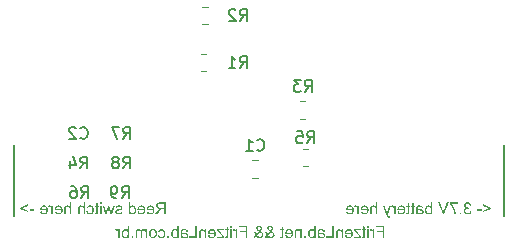
<source format=gbr>
%TF.GenerationSoftware,KiCad,Pcbnew,8.0.1*%
%TF.CreationDate,2024-06-21T13:32:41-03:00*%
%TF.ProjectId,bycicle-speedometer-v2,62796369-636c-4652-9d73-706565646f6d,rev?*%
%TF.SameCoordinates,Original*%
%TF.FileFunction,Legend,Bot*%
%TF.FilePolarity,Positive*%
%FSLAX46Y46*%
G04 Gerber Fmt 4.6, Leading zero omitted, Abs format (unit mm)*
G04 Created by KiCad (PCBNEW 8.0.1) date 2024-06-21 13:32:41*
%MOMM*%
%LPD*%
G01*
G04 APERTURE LIST*
%ADD10C,0.187500*%
%ADD11C,0.200000*%
%ADD12C,0.150000*%
%ADD13C,0.120000*%
G04 APERTURE END LIST*
D10*
G36*
X195884473Y-87830000D02*
G01*
X195884473Y-86813949D01*
X195205233Y-86813949D01*
X195205233Y-86931186D01*
X195751360Y-86931186D01*
X195751360Y-87251632D01*
X195278750Y-87251632D01*
X195278750Y-87368869D01*
X195751360Y-87368869D01*
X195751360Y-87830000D01*
X195884473Y-87830000D01*
G37*
G36*
X195053803Y-87830000D02*
G01*
X195053803Y-87095317D01*
X194942428Y-87095317D01*
X194942428Y-87207913D01*
X194916511Y-87164135D01*
X194884743Y-87122843D01*
X194864026Y-87104598D01*
X194818517Y-87083797D01*
X194784403Y-87079685D01*
X194733278Y-87086296D01*
X194685513Y-87104134D01*
X194657397Y-87119741D01*
X194699895Y-87235268D01*
X194745324Y-87215301D01*
X194790753Y-87208646D01*
X194840391Y-87219270D01*
X194863538Y-87233314D01*
X194896587Y-87271286D01*
X194909455Y-87301214D01*
X194922106Y-87352608D01*
X194928574Y-87402797D01*
X194930216Y-87446050D01*
X194930216Y-87830000D01*
X195053803Y-87830000D01*
G37*
G36*
X194585589Y-86954633D02*
G01*
X194585589Y-86813949D01*
X194462002Y-86813949D01*
X194462002Y-86954633D01*
X194585589Y-86954633D01*
G37*
G36*
X194585589Y-87830000D02*
G01*
X194585589Y-87095317D01*
X194462002Y-87095317D01*
X194462002Y-87830000D01*
X194585589Y-87830000D01*
G37*
G36*
X194005757Y-87716671D02*
G01*
X193987927Y-87830000D01*
X194037386Y-87841723D01*
X194081228Y-87845631D01*
X194131001Y-87842084D01*
X194178537Y-87827979D01*
X194185764Y-87824138D01*
X194223583Y-87791718D01*
X194238032Y-87767229D01*
X194248726Y-87717137D01*
X194252217Y-87664720D01*
X194252930Y-87618974D01*
X194252930Y-87193014D01*
X194343789Y-87193014D01*
X194343789Y-87095317D01*
X194252930Y-87095317D01*
X194252930Y-86917997D01*
X194130076Y-86845212D01*
X194130076Y-87095317D01*
X194005757Y-87095317D01*
X194005757Y-87193014D01*
X194130076Y-87193014D01*
X194130076Y-87628988D01*
X194127838Y-87679685D01*
X194123726Y-87698597D01*
X194102477Y-87723265D01*
X194059979Y-87732302D01*
X194011961Y-87719464D01*
X194005757Y-87716671D01*
G37*
G36*
X193952023Y-87830000D02*
G01*
X193952023Y-87730593D01*
X193487718Y-87192770D01*
X193539900Y-87195134D01*
X193591758Y-87196594D01*
X193627180Y-87196922D01*
X193924668Y-87196922D01*
X193924668Y-87095317D01*
X193328471Y-87095317D01*
X193328471Y-87177138D01*
X193723412Y-87645108D01*
X193799616Y-87730593D01*
X193748716Y-87727373D01*
X193699820Y-87725345D01*
X193648348Y-87724493D01*
X193643789Y-87724487D01*
X193306489Y-87724487D01*
X193306489Y-87830000D01*
X193952023Y-87830000D01*
G37*
G36*
X192906535Y-87080084D02*
G01*
X192959924Y-87086066D01*
X193009346Y-87099227D01*
X193054801Y-87119566D01*
X193096289Y-87147083D01*
X193133810Y-87181779D01*
X193161111Y-87215705D01*
X193187764Y-87261752D01*
X193207753Y-87313621D01*
X193219321Y-87361293D01*
X193226262Y-87413007D01*
X193228576Y-87468764D01*
X193227752Y-87501587D01*
X193222714Y-87553181D01*
X193210624Y-87609962D01*
X193191939Y-87661144D01*
X193166660Y-87706727D01*
X193134787Y-87746713D01*
X193122804Y-87758691D01*
X193083755Y-87789989D01*
X193040052Y-87814333D01*
X192991695Y-87831721D01*
X192938684Y-87842153D01*
X192881018Y-87845631D01*
X192865319Y-87845391D01*
X192813152Y-87840762D01*
X192765308Y-87830244D01*
X192715925Y-87811010D01*
X192672191Y-87784082D01*
X192667127Y-87780186D01*
X192630243Y-87745519D01*
X192599800Y-87704624D01*
X192575799Y-87657500D01*
X192560083Y-87611158D01*
X192688066Y-87595526D01*
X192701313Y-87627485D01*
X192728482Y-87672862D01*
X192764270Y-87708611D01*
X192779789Y-87718813D01*
X192828382Y-87738181D01*
X192880286Y-87744026D01*
X192891587Y-87743783D01*
X192944571Y-87735268D01*
X192991688Y-87714588D01*
X193032937Y-87681744D01*
X193060079Y-87647046D01*
X193082512Y-87599800D01*
X193095250Y-87550505D01*
X193100837Y-87501737D01*
X192556664Y-87501737D01*
X192556175Y-87468032D01*
X192557626Y-87423163D01*
X192560213Y-87400132D01*
X192686601Y-87400132D01*
X193093998Y-87400132D01*
X193092354Y-87381800D01*
X193081988Y-87331027D01*
X193060908Y-87282044D01*
X193029762Y-87240886D01*
X193026103Y-87237219D01*
X192986594Y-87206956D01*
X192937020Y-87187110D01*
X192886392Y-87181290D01*
X192863429Y-87182458D01*
X192815754Y-87193625D01*
X192769262Y-87219900D01*
X192733251Y-87256029D01*
X192708716Y-87298733D01*
X192693649Y-87349827D01*
X192686601Y-87400132D01*
X192560213Y-87400132D01*
X192563517Y-87370717D01*
X192573940Y-87322313D01*
X192592430Y-87269565D01*
X192617446Y-87222639D01*
X192648988Y-87181535D01*
X192685590Y-87146922D01*
X192733067Y-87115591D01*
X192785687Y-87094008D01*
X192834883Y-87083266D01*
X192887857Y-87079685D01*
X192906535Y-87080084D01*
G37*
G36*
X192408653Y-87830000D02*
G01*
X192408653Y-87095317D01*
X192297522Y-87095317D01*
X192297522Y-87198387D01*
X192264873Y-87158047D01*
X192227192Y-87126053D01*
X192176871Y-87099276D01*
X192128287Y-87085366D01*
X192074672Y-87079801D01*
X192065247Y-87079685D01*
X192013440Y-87083636D01*
X191965180Y-87095487D01*
X191944103Y-87103621D01*
X191900966Y-87127250D01*
X191864834Y-87161352D01*
X191861304Y-87166147D01*
X191836667Y-87211286D01*
X191822714Y-87257983D01*
X191817378Y-87309256D01*
X191815935Y-87363129D01*
X191815875Y-87378883D01*
X191815875Y-87830000D01*
X191939462Y-87830000D01*
X191939462Y-87382058D01*
X191941489Y-87330332D01*
X191949721Y-87280937D01*
X191953872Y-87268241D01*
X191980663Y-87226930D01*
X192005163Y-87207913D01*
X192050475Y-87189546D01*
X192091381Y-87185198D01*
X192143079Y-87191173D01*
X192189697Y-87209095D01*
X192227669Y-87235757D01*
X192257937Y-87276252D01*
X192275593Y-87327912D01*
X192283048Y-87378056D01*
X192285066Y-87427976D01*
X192285066Y-87830000D01*
X192408653Y-87830000D01*
G37*
G36*
X191619748Y-87830000D02*
G01*
X191619748Y-86813949D01*
X191486392Y-86813949D01*
X191486392Y-87712763D01*
X190990579Y-87712763D01*
X190990579Y-87830000D01*
X191619748Y-87830000D01*
G37*
G36*
X190554578Y-87079784D02*
G01*
X190605013Y-87082658D01*
X190656839Y-87090520D01*
X190708722Y-87104842D01*
X190738323Y-87116770D01*
X190781617Y-87142004D01*
X190817899Y-87176161D01*
X190837395Y-87204427D01*
X190858221Y-87249266D01*
X190872121Y-87297550D01*
X190751221Y-87314159D01*
X190745878Y-87296298D01*
X190723875Y-87247952D01*
X190689672Y-87210600D01*
X190659260Y-87195144D01*
X190610992Y-87184153D01*
X190560956Y-87181290D01*
X190511988Y-87184594D01*
X190462056Y-87197605D01*
X190420027Y-87223056D01*
X190409966Y-87233752D01*
X190390012Y-87278793D01*
X190385101Y-87328813D01*
X190385589Y-87361053D01*
X190394751Y-87364141D01*
X190443607Y-87377373D01*
X190497512Y-87388226D01*
X190552769Y-87397022D01*
X190606140Y-87404040D01*
X190615185Y-87405172D01*
X190666905Y-87412673D01*
X190716050Y-87422847D01*
X190760332Y-87438796D01*
X190805198Y-87463879D01*
X190840797Y-87495265D01*
X190868946Y-87535687D01*
X190870448Y-87538490D01*
X190888003Y-87585865D01*
X190893370Y-87634605D01*
X190893118Y-87646017D01*
X190884303Y-87699211D01*
X190862893Y-87745966D01*
X190828890Y-87786280D01*
X190793063Y-87812246D01*
X190744473Y-87832590D01*
X190693918Y-87842791D01*
X190643998Y-87845631D01*
X190608186Y-87844105D01*
X190556643Y-87836090D01*
X190507711Y-87821207D01*
X190499723Y-87818018D01*
X190455110Y-87795638D01*
X190413550Y-87768180D01*
X190375331Y-87737676D01*
X190367965Y-87781313D01*
X190350662Y-87830000D01*
X190221458Y-87830000D01*
X190240059Y-87789581D01*
X190252965Y-87741828D01*
X190254797Y-87728356D01*
X190258308Y-87677247D01*
X190259858Y-87626653D01*
X190260590Y-87573576D01*
X190260781Y-87522498D01*
X190260781Y-87458750D01*
X190385589Y-87458750D01*
X190385589Y-87504668D01*
X190386078Y-87529553D01*
X190391242Y-87581199D01*
X190405617Y-87629720D01*
X190414505Y-87646327D01*
X190447070Y-87686799D01*
X190487438Y-87716427D01*
X190512466Y-87728703D01*
X190563039Y-87743503D01*
X190614445Y-87747934D01*
X190631920Y-87747411D01*
X190681280Y-87738490D01*
X190724110Y-87714473D01*
X190750932Y-87679400D01*
X190761479Y-87630697D01*
X190760878Y-87618547D01*
X190744382Y-87570858D01*
X190736117Y-87559723D01*
X190695533Y-87530069D01*
X190686901Y-87526631D01*
X190638480Y-87513716D01*
X190587578Y-87504912D01*
X190531914Y-87496192D01*
X190482679Y-87486700D01*
X190434280Y-87474908D01*
X190385589Y-87458750D01*
X190260781Y-87458750D01*
X190260781Y-87356657D01*
X190260805Y-87346506D01*
X190261950Y-87293979D01*
X190266887Y-87242107D01*
X190279683Y-87200640D01*
X190305478Y-87157355D01*
X190307218Y-87155275D01*
X190346067Y-87123343D01*
X190391207Y-87101912D01*
X190394889Y-87100544D01*
X190444400Y-87087521D01*
X190493163Y-87081444D01*
X190542882Y-87079685D01*
X190554578Y-87079784D01*
G37*
G36*
X190073447Y-87830000D02*
G01*
X189958653Y-87830000D01*
X189958653Y-87737920D01*
X189939407Y-87763165D01*
X189901558Y-87799244D01*
X189858403Y-87825014D01*
X189809942Y-87840477D01*
X189756175Y-87845631D01*
X189716482Y-87843121D01*
X189663977Y-87831171D01*
X189615049Y-87809381D01*
X189569697Y-87777750D01*
X189533670Y-87742805D01*
X189506932Y-87708585D01*
X189480829Y-87662011D01*
X189461251Y-87609426D01*
X189449922Y-87561014D01*
X189443124Y-87508428D01*
X189441268Y-87461926D01*
X189567131Y-87461926D01*
X189567189Y-87470635D01*
X189570826Y-87527795D01*
X189580119Y-87578293D01*
X189597666Y-87627847D01*
X189626238Y-87673196D01*
X189633712Y-87681773D01*
X189673659Y-87716358D01*
X189717900Y-87737109D01*
X189766434Y-87744026D01*
X189802352Y-87740651D01*
X189850787Y-87722935D01*
X189892692Y-87690033D01*
X189924459Y-87648039D01*
X189940060Y-87614028D01*
X189952283Y-87564818D01*
X189958412Y-87511344D01*
X189960118Y-87457041D01*
X189960060Y-87448722D01*
X189956424Y-87393950D01*
X189947131Y-87345232D01*
X189929583Y-87296967D01*
X189901011Y-87252121D01*
X189893537Y-87243544D01*
X189853590Y-87208959D01*
X189809350Y-87188208D01*
X189760816Y-87181290D01*
X189708371Y-87189372D01*
X189661525Y-87213615D01*
X189623796Y-87249678D01*
X189616934Y-87258522D01*
X189591535Y-87305613D01*
X189576483Y-87357496D01*
X189569123Y-87410632D01*
X189567131Y-87461926D01*
X189441268Y-87461926D01*
X189440858Y-87451667D01*
X189443005Y-87403010D01*
X189450325Y-87351690D01*
X189462840Y-87302679D01*
X189473263Y-87273100D01*
X189494884Y-87226961D01*
X189523656Y-87183489D01*
X189538966Y-87165769D01*
X189577263Y-87132736D01*
X189622575Y-87107041D01*
X189649200Y-87096382D01*
X189700446Y-87083532D01*
X189749825Y-87079685D01*
X189772251Y-87080548D01*
X189821624Y-87089274D01*
X189872984Y-87110752D01*
X189913490Y-87139613D01*
X189949860Y-87177871D01*
X189949860Y-86813949D01*
X190073447Y-86813949D01*
X190073447Y-87830000D01*
G37*
G36*
X189259141Y-87830000D02*
G01*
X189259141Y-87689316D01*
X189118213Y-87689316D01*
X189118213Y-87830000D01*
X189259141Y-87830000D01*
G37*
G36*
X188905233Y-87830000D02*
G01*
X188905233Y-87095317D01*
X188794103Y-87095317D01*
X188794103Y-87198387D01*
X188761453Y-87158047D01*
X188723772Y-87126053D01*
X188673451Y-87099276D01*
X188624868Y-87085366D01*
X188571253Y-87079801D01*
X188561828Y-87079685D01*
X188510021Y-87083636D01*
X188461761Y-87095487D01*
X188440683Y-87103621D01*
X188397547Y-87127250D01*
X188361414Y-87161352D01*
X188357885Y-87166147D01*
X188333248Y-87211286D01*
X188319295Y-87257983D01*
X188313959Y-87309256D01*
X188312516Y-87363129D01*
X188312456Y-87378883D01*
X188312456Y-87830000D01*
X188436043Y-87830000D01*
X188436043Y-87382058D01*
X188438069Y-87330332D01*
X188446302Y-87280937D01*
X188450453Y-87268241D01*
X188477243Y-87226930D01*
X188501744Y-87207913D01*
X188547056Y-87189546D01*
X188587962Y-87185198D01*
X188639659Y-87191173D01*
X188686277Y-87209095D01*
X188724249Y-87235757D01*
X188754517Y-87276252D01*
X188772174Y-87327912D01*
X188779629Y-87378056D01*
X188781646Y-87427976D01*
X188781646Y-87830000D01*
X188905233Y-87830000D01*
G37*
G36*
X187845823Y-87080084D02*
G01*
X187899212Y-87086066D01*
X187948634Y-87099227D01*
X187994089Y-87119566D01*
X188035577Y-87147083D01*
X188073098Y-87181779D01*
X188100399Y-87215705D01*
X188127052Y-87261752D01*
X188147041Y-87313621D01*
X188158610Y-87361293D01*
X188165550Y-87413007D01*
X188167864Y-87468764D01*
X188167040Y-87501587D01*
X188162002Y-87553181D01*
X188149912Y-87609962D01*
X188131228Y-87661144D01*
X188105949Y-87706727D01*
X188074075Y-87746713D01*
X188062093Y-87758691D01*
X188023043Y-87789989D01*
X187979340Y-87814333D01*
X187930983Y-87831721D01*
X187877972Y-87842153D01*
X187820307Y-87845631D01*
X187804607Y-87845391D01*
X187752440Y-87840762D01*
X187704596Y-87830244D01*
X187655214Y-87811010D01*
X187611479Y-87784082D01*
X187606415Y-87780186D01*
X187569531Y-87745519D01*
X187539088Y-87704624D01*
X187515088Y-87657500D01*
X187499371Y-87611158D01*
X187627355Y-87595526D01*
X187640602Y-87627485D01*
X187667770Y-87672862D01*
X187703558Y-87708611D01*
X187719078Y-87718813D01*
X187767671Y-87738181D01*
X187819574Y-87744026D01*
X187830875Y-87743783D01*
X187883859Y-87735268D01*
X187930976Y-87714588D01*
X187972226Y-87681744D01*
X187999367Y-87647046D01*
X188021800Y-87599800D01*
X188034539Y-87550505D01*
X188040125Y-87501737D01*
X187495952Y-87501737D01*
X187495464Y-87468032D01*
X187496914Y-87423163D01*
X187499501Y-87400132D01*
X187625889Y-87400132D01*
X188033286Y-87400132D01*
X188031643Y-87381800D01*
X188021276Y-87331027D01*
X188000196Y-87282044D01*
X187969050Y-87240886D01*
X187965391Y-87237219D01*
X187925883Y-87206956D01*
X187876308Y-87187110D01*
X187825680Y-87181290D01*
X187802717Y-87182458D01*
X187755042Y-87193625D01*
X187708550Y-87219900D01*
X187672540Y-87256029D01*
X187648005Y-87298733D01*
X187632937Y-87349827D01*
X187625889Y-87400132D01*
X187499501Y-87400132D01*
X187502805Y-87370717D01*
X187513228Y-87322313D01*
X187531718Y-87269565D01*
X187556734Y-87222639D01*
X187588276Y-87181535D01*
X187624878Y-87146922D01*
X187672355Y-87115591D01*
X187724976Y-87094008D01*
X187774171Y-87083266D01*
X187827145Y-87079685D01*
X187845823Y-87080084D01*
G37*
G36*
X187078053Y-87716671D02*
G01*
X187060223Y-87830000D01*
X187109682Y-87841723D01*
X187153524Y-87845631D01*
X187203297Y-87842084D01*
X187250832Y-87827979D01*
X187258060Y-87824138D01*
X187295879Y-87791718D01*
X187310327Y-87767229D01*
X187321021Y-87717137D01*
X187324513Y-87664720D01*
X187325226Y-87618974D01*
X187325226Y-87193014D01*
X187416085Y-87193014D01*
X187416085Y-87095317D01*
X187325226Y-87095317D01*
X187325226Y-86917997D01*
X187202372Y-86845212D01*
X187202372Y-87095317D01*
X187078053Y-87095317D01*
X187078053Y-87193014D01*
X187202372Y-87193014D01*
X187202372Y-87628988D01*
X187200133Y-87679685D01*
X187196022Y-87698597D01*
X187174773Y-87723265D01*
X187132274Y-87732302D01*
X187084256Y-87719464D01*
X187078053Y-87716671D01*
G37*
G36*
X186265320Y-86800688D02*
G01*
X186313535Y-86811221D01*
X186362267Y-86833142D01*
X186405163Y-86865729D01*
X186421822Y-86882894D01*
X186451182Y-86924252D01*
X186470616Y-86974646D01*
X186476238Y-87023998D01*
X186470560Y-87070526D01*
X186453524Y-87118764D01*
X186427611Y-87163372D01*
X186397529Y-87204378D01*
X186362909Y-87246259D01*
X186377607Y-87253505D01*
X186425397Y-87279994D01*
X186467506Y-87308236D01*
X186508677Y-87342659D01*
X186542428Y-87379371D01*
X186559737Y-87403480D01*
X186583501Y-87449129D01*
X186597759Y-87497675D01*
X186602512Y-87549120D01*
X186597932Y-87600747D01*
X186584193Y-87649870D01*
X186561296Y-87696490D01*
X186529239Y-87740607D01*
X186517633Y-87753324D01*
X186479825Y-87786555D01*
X186437536Y-87812401D01*
X186390765Y-87830862D01*
X186339511Y-87841939D01*
X186283775Y-87845631D01*
X186273349Y-87845489D01*
X186222592Y-87840513D01*
X186174125Y-87828430D01*
X186127948Y-87809239D01*
X186114533Y-87802136D01*
X186071180Y-87774430D01*
X186029925Y-87740522D01*
X185994591Y-87704703D01*
X185959990Y-87743503D01*
X185921018Y-87782380D01*
X185882656Y-87815425D01*
X185840230Y-87845631D01*
X185756943Y-87751842D01*
X185767861Y-87743880D01*
X185810085Y-87709724D01*
X185849988Y-87671874D01*
X185883000Y-87635725D01*
X185905819Y-87607250D01*
X186072260Y-87607250D01*
X186091586Y-87634407D01*
X186126185Y-87670276D01*
X186167515Y-87700307D01*
X186185973Y-87710650D01*
X186233126Y-87729338D01*
X186282554Y-87736210D01*
X186288086Y-87736145D01*
X186339081Y-87728360D01*
X186386085Y-87704810D01*
X186420551Y-87669776D01*
X186439585Y-87640945D01*
X186461337Y-87592608D01*
X186469399Y-87541793D01*
X186469092Y-87532305D01*
X186458348Y-87484606D01*
X186434473Y-87439699D01*
X186424661Y-87426682D01*
X186387171Y-87389507D01*
X186345034Y-87357588D01*
X186298918Y-87328080D01*
X186072260Y-87607250D01*
X185905819Y-87607250D01*
X185914235Y-87596748D01*
X185897247Y-87568166D01*
X185875366Y-87524185D01*
X185855707Y-87475575D01*
X185838267Y-87422337D01*
X185825087Y-87373021D01*
X185953558Y-87345422D01*
X185965604Y-87395649D01*
X185981994Y-87446326D01*
X186001674Y-87492212D01*
X186182170Y-87261402D01*
X186137576Y-87235161D01*
X186090196Y-87200514D01*
X186052106Y-87163816D01*
X186018661Y-87117070D01*
X185998594Y-87067370D01*
X185992277Y-87017648D01*
X186118422Y-87017648D01*
X186122332Y-87051880D01*
X186142114Y-87097271D01*
X186162455Y-87120880D01*
X186201473Y-87152295D01*
X186246161Y-87181046D01*
X186301116Y-87116566D01*
X186311027Y-87104002D01*
X186337264Y-87061612D01*
X186338000Y-87059996D01*
X186349232Y-87012030D01*
X186342874Y-86973589D01*
X186316015Y-86932407D01*
X186280996Y-86909091D01*
X186232484Y-86899923D01*
X186192874Y-86906234D01*
X186151151Y-86932896D01*
X186127659Y-86967818D01*
X186118422Y-87017648D01*
X185992277Y-87017648D01*
X185991905Y-87014717D01*
X185992482Y-86998227D01*
X186002748Y-86946516D01*
X186025846Y-86899814D01*
X186057606Y-86862065D01*
X186083475Y-86840401D01*
X186127237Y-86816309D01*
X186176949Y-86802302D01*
X186226133Y-86798318D01*
X186265320Y-86800688D01*
G37*
G36*
X185332312Y-86800688D02*
G01*
X185380528Y-86811221D01*
X185429259Y-86833142D01*
X185472156Y-86865729D01*
X185488814Y-86882894D01*
X185518174Y-86924252D01*
X185537608Y-86974646D01*
X185543230Y-87023998D01*
X185537552Y-87070526D01*
X185520516Y-87118764D01*
X185494603Y-87163372D01*
X185464521Y-87204378D01*
X185429902Y-87246259D01*
X185444599Y-87253505D01*
X185492389Y-87279994D01*
X185534499Y-87308236D01*
X185575669Y-87342659D01*
X185609420Y-87379371D01*
X185626730Y-87403480D01*
X185650493Y-87449129D01*
X185664751Y-87497675D01*
X185669504Y-87549120D01*
X185664924Y-87600747D01*
X185651186Y-87649870D01*
X185628288Y-87696490D01*
X185596231Y-87740607D01*
X185584625Y-87753324D01*
X185546818Y-87786555D01*
X185504528Y-87812401D01*
X185457757Y-87830862D01*
X185406503Y-87841939D01*
X185350767Y-87845631D01*
X185340341Y-87845489D01*
X185289584Y-87840513D01*
X185241117Y-87828430D01*
X185194940Y-87809239D01*
X185181525Y-87802136D01*
X185138172Y-87774430D01*
X185096918Y-87740522D01*
X185061584Y-87704703D01*
X185026982Y-87743503D01*
X184988010Y-87782380D01*
X184949649Y-87815425D01*
X184907222Y-87845631D01*
X184823935Y-87751842D01*
X184834854Y-87743880D01*
X184877077Y-87709724D01*
X184916980Y-87671874D01*
X184949992Y-87635725D01*
X184972812Y-87607250D01*
X185139253Y-87607250D01*
X185158579Y-87634407D01*
X185193177Y-87670276D01*
X185234508Y-87700307D01*
X185252965Y-87710650D01*
X185300118Y-87729338D01*
X185349546Y-87736210D01*
X185355078Y-87736145D01*
X185406074Y-87728360D01*
X185453077Y-87704810D01*
X185487543Y-87669776D01*
X185506577Y-87640945D01*
X185528330Y-87592608D01*
X185536392Y-87541793D01*
X185536085Y-87532305D01*
X185525341Y-87484606D01*
X185501465Y-87439699D01*
X185491653Y-87426682D01*
X185454163Y-87389507D01*
X185412026Y-87357588D01*
X185365910Y-87328080D01*
X185139253Y-87607250D01*
X184972812Y-87607250D01*
X184981228Y-87596748D01*
X184964239Y-87568166D01*
X184942359Y-87524185D01*
X184922699Y-87475575D01*
X184905260Y-87422337D01*
X184892079Y-87373021D01*
X185020551Y-87345422D01*
X185032596Y-87395649D01*
X185048986Y-87446326D01*
X185068667Y-87492212D01*
X185249162Y-87261402D01*
X185204569Y-87235161D01*
X185157188Y-87200514D01*
X185119098Y-87163816D01*
X185085653Y-87117070D01*
X185065586Y-87067370D01*
X185059269Y-87017648D01*
X185185415Y-87017648D01*
X185189325Y-87051880D01*
X185209106Y-87097271D01*
X185229447Y-87120880D01*
X185268465Y-87152295D01*
X185313154Y-87181046D01*
X185368108Y-87116566D01*
X185378019Y-87104002D01*
X185404256Y-87061612D01*
X185404993Y-87059996D01*
X185416224Y-87012030D01*
X185409866Y-86973589D01*
X185383007Y-86932407D01*
X185347988Y-86909091D01*
X185299476Y-86899923D01*
X185259866Y-86906234D01*
X185218143Y-86932896D01*
X185194652Y-86967818D01*
X185185415Y-87017648D01*
X185059269Y-87017648D01*
X185058897Y-87014717D01*
X185059474Y-86998227D01*
X185069740Y-86946516D01*
X185092838Y-86899814D01*
X185124598Y-86862065D01*
X185150467Y-86840401D01*
X185194229Y-86816309D01*
X185243941Y-86802302D01*
X185293126Y-86798318D01*
X185332312Y-86800688D01*
G37*
G36*
X184292707Y-87830000D02*
G01*
X184292707Y-86813949D01*
X183613468Y-86813949D01*
X183613468Y-86931186D01*
X184159595Y-86931186D01*
X184159595Y-87251632D01*
X183686985Y-87251632D01*
X183686985Y-87368869D01*
X184159595Y-87368869D01*
X184159595Y-87830000D01*
X184292707Y-87830000D01*
G37*
G36*
X183462037Y-87830000D02*
G01*
X183462037Y-87095317D01*
X183350662Y-87095317D01*
X183350662Y-87207913D01*
X183324745Y-87164135D01*
X183292978Y-87122843D01*
X183272260Y-87104598D01*
X183226752Y-87083797D01*
X183192637Y-87079685D01*
X183141512Y-87086296D01*
X183093748Y-87104134D01*
X183065631Y-87119741D01*
X183108129Y-87235268D01*
X183153558Y-87215301D01*
X183198988Y-87208646D01*
X183248626Y-87219270D01*
X183271772Y-87233314D01*
X183304821Y-87271286D01*
X183317690Y-87301214D01*
X183330341Y-87352608D01*
X183336808Y-87402797D01*
X183338450Y-87446050D01*
X183338450Y-87830000D01*
X183462037Y-87830000D01*
G37*
G36*
X182993824Y-86954633D02*
G01*
X182993824Y-86813949D01*
X182870237Y-86813949D01*
X182870237Y-86954633D01*
X182993824Y-86954633D01*
G37*
G36*
X182993824Y-87830000D02*
G01*
X182993824Y-87095317D01*
X182870237Y-87095317D01*
X182870237Y-87830000D01*
X182993824Y-87830000D01*
G37*
G36*
X182413991Y-87716671D02*
G01*
X182396161Y-87830000D01*
X182445621Y-87841723D01*
X182489462Y-87845631D01*
X182539235Y-87842084D01*
X182586771Y-87827979D01*
X182593998Y-87824138D01*
X182631818Y-87791718D01*
X182646266Y-87767229D01*
X182656960Y-87717137D01*
X182660452Y-87664720D01*
X182661165Y-87618974D01*
X182661165Y-87193014D01*
X182752023Y-87193014D01*
X182752023Y-87095317D01*
X182661165Y-87095317D01*
X182661165Y-86917997D01*
X182538311Y-86845212D01*
X182538311Y-87095317D01*
X182413991Y-87095317D01*
X182413991Y-87193014D01*
X182538311Y-87193014D01*
X182538311Y-87628988D01*
X182536072Y-87679685D01*
X182531960Y-87698597D01*
X182510711Y-87723265D01*
X182468213Y-87732302D01*
X182420195Y-87719464D01*
X182413991Y-87716671D01*
G37*
G36*
X182360258Y-87830000D02*
G01*
X182360258Y-87730593D01*
X181895952Y-87192770D01*
X181948135Y-87195134D01*
X181999993Y-87196594D01*
X182035415Y-87196922D01*
X182332903Y-87196922D01*
X182332903Y-87095317D01*
X181736706Y-87095317D01*
X181736706Y-87177138D01*
X182131646Y-87645108D01*
X182207850Y-87730593D01*
X182156950Y-87727373D01*
X182108054Y-87725345D01*
X182056582Y-87724493D01*
X182052023Y-87724487D01*
X181714724Y-87724487D01*
X181714724Y-87830000D01*
X182360258Y-87830000D01*
G37*
G36*
X181314770Y-87080084D02*
G01*
X181368159Y-87086066D01*
X181417580Y-87099227D01*
X181463035Y-87119566D01*
X181504523Y-87147083D01*
X181542044Y-87181779D01*
X181569345Y-87215705D01*
X181595998Y-87261752D01*
X181615988Y-87313621D01*
X181627556Y-87361293D01*
X181634497Y-87413007D01*
X181636810Y-87468764D01*
X181635986Y-87501587D01*
X181630949Y-87553181D01*
X181618859Y-87609962D01*
X181600174Y-87661144D01*
X181574895Y-87706727D01*
X181543021Y-87746713D01*
X181531039Y-87758691D01*
X181491990Y-87789989D01*
X181448286Y-87814333D01*
X181399929Y-87831721D01*
X181346918Y-87842153D01*
X181289253Y-87845631D01*
X181273554Y-87845391D01*
X181221386Y-87840762D01*
X181173543Y-87830244D01*
X181124160Y-87811010D01*
X181080425Y-87784082D01*
X181075362Y-87780186D01*
X181038477Y-87745519D01*
X181008035Y-87704624D01*
X180984034Y-87657500D01*
X180968318Y-87611158D01*
X181096301Y-87595526D01*
X181109548Y-87627485D01*
X181136716Y-87672862D01*
X181172505Y-87708611D01*
X181188024Y-87718813D01*
X181236617Y-87738181D01*
X181288520Y-87744026D01*
X181299821Y-87743783D01*
X181352806Y-87735268D01*
X181399922Y-87714588D01*
X181441172Y-87681744D01*
X181468313Y-87647046D01*
X181490746Y-87599800D01*
X181503485Y-87550505D01*
X181509071Y-87501737D01*
X180964898Y-87501737D01*
X180964410Y-87468032D01*
X180965860Y-87423163D01*
X180968447Y-87400132D01*
X181094836Y-87400132D01*
X181502233Y-87400132D01*
X181500589Y-87381800D01*
X181490223Y-87331027D01*
X181469142Y-87282044D01*
X181437997Y-87240886D01*
X181434337Y-87237219D01*
X181394829Y-87206956D01*
X181345254Y-87187110D01*
X181294626Y-87181290D01*
X181271664Y-87182458D01*
X181223988Y-87193625D01*
X181177496Y-87219900D01*
X181141486Y-87256029D01*
X181116951Y-87298733D01*
X181101883Y-87349827D01*
X181094836Y-87400132D01*
X180968447Y-87400132D01*
X180971751Y-87370717D01*
X180982175Y-87322313D01*
X181000665Y-87269565D01*
X181025680Y-87222639D01*
X181057222Y-87181535D01*
X181093824Y-87146922D01*
X181141302Y-87115591D01*
X181193922Y-87094008D01*
X181243118Y-87083266D01*
X181296092Y-87079685D01*
X181314770Y-87080084D01*
G37*
G36*
X180816887Y-87830000D02*
G01*
X180816887Y-87095317D01*
X180705757Y-87095317D01*
X180705757Y-87198387D01*
X180673107Y-87158047D01*
X180635426Y-87126053D01*
X180585105Y-87099276D01*
X180536522Y-87085366D01*
X180482907Y-87079801D01*
X180473482Y-87079685D01*
X180421675Y-87083636D01*
X180373415Y-87095487D01*
X180352337Y-87103621D01*
X180309201Y-87127250D01*
X180273068Y-87161352D01*
X180269539Y-87166147D01*
X180244902Y-87211286D01*
X180230949Y-87257983D01*
X180225612Y-87309256D01*
X180224170Y-87363129D01*
X180224110Y-87378883D01*
X180224110Y-87830000D01*
X180347697Y-87830000D01*
X180347697Y-87382058D01*
X180349723Y-87330332D01*
X180357956Y-87280937D01*
X180362107Y-87268241D01*
X180388897Y-87226930D01*
X180413398Y-87207913D01*
X180458710Y-87189546D01*
X180499616Y-87185198D01*
X180551313Y-87191173D01*
X180597931Y-87209095D01*
X180635903Y-87235757D01*
X180666171Y-87276252D01*
X180683828Y-87327912D01*
X180691282Y-87378056D01*
X180693300Y-87427976D01*
X180693300Y-87830000D01*
X180816887Y-87830000D01*
G37*
G36*
X180027983Y-87830000D02*
G01*
X180027983Y-86813949D01*
X179894626Y-86813949D01*
X179894626Y-87712763D01*
X179398813Y-87712763D01*
X179398813Y-87830000D01*
X180027983Y-87830000D01*
G37*
G36*
X178962812Y-87079784D02*
G01*
X179013248Y-87082658D01*
X179065073Y-87090520D01*
X179116957Y-87104842D01*
X179146558Y-87116770D01*
X179189852Y-87142004D01*
X179226133Y-87176161D01*
X179245630Y-87204427D01*
X179266455Y-87249266D01*
X179280355Y-87297550D01*
X179159455Y-87314159D01*
X179154112Y-87296298D01*
X179132110Y-87247952D01*
X179097906Y-87210600D01*
X179067495Y-87195144D01*
X179019226Y-87184153D01*
X178969190Y-87181290D01*
X178920222Y-87184594D01*
X178870291Y-87197605D01*
X178828262Y-87223056D01*
X178818200Y-87233752D01*
X178798247Y-87278793D01*
X178793335Y-87328813D01*
X178793824Y-87361053D01*
X178802986Y-87364141D01*
X178851842Y-87377373D01*
X178905747Y-87388226D01*
X178961003Y-87397022D01*
X179014375Y-87404040D01*
X179023420Y-87405172D01*
X179075140Y-87412673D01*
X179124284Y-87422847D01*
X179168566Y-87438796D01*
X179213433Y-87463879D01*
X179249031Y-87495265D01*
X179277180Y-87535687D01*
X179278683Y-87538490D01*
X179296238Y-87585865D01*
X179301605Y-87634605D01*
X179301353Y-87646017D01*
X179292537Y-87699211D01*
X179271128Y-87745966D01*
X179237124Y-87786280D01*
X179201297Y-87812246D01*
X179152707Y-87832590D01*
X179102153Y-87842791D01*
X179052233Y-87845631D01*
X179016420Y-87844105D01*
X178964878Y-87836090D01*
X178915945Y-87821207D01*
X178907958Y-87818018D01*
X178863344Y-87795638D01*
X178821785Y-87768180D01*
X178783565Y-87737676D01*
X178776199Y-87781313D01*
X178758897Y-87830000D01*
X178629692Y-87830000D01*
X178648293Y-87789581D01*
X178661200Y-87741828D01*
X178663032Y-87728356D01*
X178666543Y-87677247D01*
X178668092Y-87626653D01*
X178668825Y-87573576D01*
X178669016Y-87522498D01*
X178669016Y-87458750D01*
X178793824Y-87458750D01*
X178793824Y-87504668D01*
X178794313Y-87529553D01*
X178799476Y-87581199D01*
X178813852Y-87629720D01*
X178822740Y-87646327D01*
X178855304Y-87686799D01*
X178895673Y-87716427D01*
X178920701Y-87728703D01*
X178971274Y-87743503D01*
X179022679Y-87747934D01*
X179040154Y-87747411D01*
X179089515Y-87738490D01*
X179132344Y-87714473D01*
X179159167Y-87679400D01*
X179169713Y-87630697D01*
X179169112Y-87618547D01*
X179152616Y-87570858D01*
X179144352Y-87559723D01*
X179103768Y-87530069D01*
X179095135Y-87526631D01*
X179046714Y-87513716D01*
X178995812Y-87504912D01*
X178940149Y-87496192D01*
X178890913Y-87486700D01*
X178842515Y-87474908D01*
X178793824Y-87458750D01*
X178669016Y-87458750D01*
X178669016Y-87356657D01*
X178669039Y-87346506D01*
X178670184Y-87293979D01*
X178675122Y-87242107D01*
X178687918Y-87200640D01*
X178713712Y-87157355D01*
X178715452Y-87155275D01*
X178754301Y-87123343D01*
X178799441Y-87101912D01*
X178803124Y-87100544D01*
X178852634Y-87087521D01*
X178901397Y-87081444D01*
X178951116Y-87079685D01*
X178962812Y-87079784D01*
G37*
G36*
X178481681Y-87830000D02*
G01*
X178366887Y-87830000D01*
X178366887Y-87737920D01*
X178347642Y-87763165D01*
X178309793Y-87799244D01*
X178266638Y-87825014D01*
X178218177Y-87840477D01*
X178164410Y-87845631D01*
X178124717Y-87843121D01*
X178072212Y-87831171D01*
X178023283Y-87809381D01*
X177977931Y-87777750D01*
X177941905Y-87742805D01*
X177915167Y-87708585D01*
X177889063Y-87662011D01*
X177869486Y-87609426D01*
X177858156Y-87561014D01*
X177851358Y-87508428D01*
X177849502Y-87461926D01*
X177975366Y-87461926D01*
X177975424Y-87470635D01*
X177979060Y-87527795D01*
X177988353Y-87578293D01*
X178005901Y-87627847D01*
X178034473Y-87673196D01*
X178041947Y-87681773D01*
X178081894Y-87716358D01*
X178126134Y-87737109D01*
X178174668Y-87744026D01*
X178210586Y-87740651D01*
X178259021Y-87722935D01*
X178300926Y-87690033D01*
X178332693Y-87648039D01*
X178348294Y-87614028D01*
X178360517Y-87564818D01*
X178366646Y-87511344D01*
X178368353Y-87457041D01*
X178368295Y-87448722D01*
X178364658Y-87393950D01*
X178355365Y-87345232D01*
X178337818Y-87296967D01*
X178309246Y-87252121D01*
X178301772Y-87243544D01*
X178261825Y-87208959D01*
X178217584Y-87188208D01*
X178169050Y-87181290D01*
X178116605Y-87189372D01*
X178069759Y-87213615D01*
X178032030Y-87249678D01*
X178025169Y-87258522D01*
X177999769Y-87305613D01*
X177984718Y-87357496D01*
X177977358Y-87410632D01*
X177975366Y-87461926D01*
X177849502Y-87461926D01*
X177849092Y-87451667D01*
X177851239Y-87403010D01*
X177858559Y-87351690D01*
X177871074Y-87302679D01*
X177881498Y-87273100D01*
X177903119Y-87226961D01*
X177931891Y-87183489D01*
X177947201Y-87165769D01*
X177985498Y-87132736D01*
X178030809Y-87107041D01*
X178057435Y-87096382D01*
X178108680Y-87083532D01*
X178158060Y-87079685D01*
X178180486Y-87080548D01*
X178229858Y-87089274D01*
X178281218Y-87110752D01*
X178321725Y-87139613D01*
X178358094Y-87177871D01*
X178358094Y-86813949D01*
X178481681Y-86813949D01*
X178481681Y-87830000D01*
G37*
G36*
X177667376Y-87830000D02*
G01*
X177667376Y-87689316D01*
X177526448Y-87689316D01*
X177526448Y-87830000D01*
X177667376Y-87830000D01*
G37*
G36*
X176837438Y-87564263D02*
G01*
X176715806Y-87580139D01*
X176727536Y-87632053D01*
X176745204Y-87678801D01*
X176772666Y-87725901D01*
X176807883Y-87766255D01*
X176817899Y-87775289D01*
X176861283Y-87806064D01*
X176909368Y-87828046D01*
X176962155Y-87841235D01*
X177012200Y-87845562D01*
X177019644Y-87845631D01*
X177073728Y-87842179D01*
X177123691Y-87831824D01*
X177169532Y-87814564D01*
X177217805Y-87785703D01*
X177254716Y-87753486D01*
X177260467Y-87747445D01*
X177291345Y-87707537D01*
X177315834Y-87661636D01*
X177333935Y-87609741D01*
X177344138Y-87561917D01*
X177349906Y-87509931D01*
X177351325Y-87465345D01*
X177349455Y-87414839D01*
X177342739Y-87360609D01*
X177331137Y-87310104D01*
X177314651Y-87263324D01*
X177312247Y-87257739D01*
X177286920Y-87211128D01*
X177255180Y-87171589D01*
X177217025Y-87139120D01*
X177193056Y-87124138D01*
X177146892Y-87102650D01*
X177098525Y-87088194D01*
X177047956Y-87080771D01*
X177018911Y-87079685D01*
X176968952Y-87082572D01*
X176916951Y-87092941D01*
X176870385Y-87110851D01*
X176824494Y-87140013D01*
X176786212Y-87177947D01*
X176756547Y-87223879D01*
X176737412Y-87271423D01*
X176727529Y-87311228D01*
X176847697Y-87329790D01*
X176862736Y-87283269D01*
X176888546Y-87239527D01*
X176908757Y-87218660D01*
X176953540Y-87191837D01*
X177002601Y-87181619D01*
X177014026Y-87181290D01*
X177063863Y-87186623D01*
X177112712Y-87205056D01*
X177154691Y-87236654D01*
X177165945Y-87248702D01*
X177194163Y-87292822D01*
X177211493Y-87342453D01*
X177220671Y-87393919D01*
X177224091Y-87444005D01*
X177224319Y-87461926D01*
X177222336Y-87514588D01*
X177215008Y-87568842D01*
X177200021Y-87621373D01*
X177174731Y-87668392D01*
X177167899Y-87677103D01*
X177129297Y-87712395D01*
X177084017Y-87734615D01*
X177032058Y-87743765D01*
X177020865Y-87744026D01*
X176969677Y-87737844D01*
X176921898Y-87717193D01*
X176899476Y-87700062D01*
X176867854Y-87660243D01*
X176847678Y-87612035D01*
X176837438Y-87564263D01*
G37*
G36*
X176351117Y-87080956D02*
G01*
X176406082Y-87089296D01*
X176457098Y-87105420D01*
X176504163Y-87129327D01*
X176547278Y-87161018D01*
X176554220Y-87167258D01*
X176591246Y-87209012D01*
X176620338Y-87258168D01*
X176638520Y-87304785D01*
X176651192Y-87356542D01*
X176658355Y-87413440D01*
X176660118Y-87462658D01*
X176658641Y-87507706D01*
X176652641Y-87560194D01*
X176642026Y-87608437D01*
X176623195Y-87660724D01*
X176597719Y-87706897D01*
X176565596Y-87746957D01*
X176553552Y-87758906D01*
X176514672Y-87790127D01*
X176471670Y-87814410D01*
X176424546Y-87831755D01*
X176373301Y-87842162D01*
X176317934Y-87845631D01*
X176288454Y-87844540D01*
X176237224Y-87837076D01*
X176188351Y-87822541D01*
X176141835Y-87800935D01*
X176117513Y-87786008D01*
X176078482Y-87754693D01*
X176045557Y-87717658D01*
X176018736Y-87674905D01*
X176008833Y-87653691D01*
X175992988Y-87605605D01*
X175983456Y-87557345D01*
X175977968Y-87503310D01*
X175976653Y-87458262D01*
X176103733Y-87458262D01*
X176103971Y-87476047D01*
X176107549Y-87525932D01*
X176117150Y-87577556D01*
X176135277Y-87627881D01*
X176164794Y-87673440D01*
X176176515Y-87686054D01*
X176219525Y-87719142D01*
X176268593Y-87738443D01*
X176317934Y-87744026D01*
X176335057Y-87743410D01*
X176388104Y-87732457D01*
X176434949Y-87707813D01*
X176471807Y-87673928D01*
X176482719Y-87660117D01*
X176506571Y-87617199D01*
X176522790Y-87565427D01*
X176530721Y-87512864D01*
X176532868Y-87462414D01*
X176532629Y-87445016D01*
X176529051Y-87396178D01*
X176519451Y-87345560D01*
X176501324Y-87296097D01*
X176471807Y-87251144D01*
X176460079Y-87238660D01*
X176416955Y-87205917D01*
X176367629Y-87186816D01*
X176317934Y-87181290D01*
X176301070Y-87181909D01*
X176248673Y-87192900D01*
X176202143Y-87217629D01*
X176165282Y-87251632D01*
X176157829Y-87260654D01*
X176130240Y-87307675D01*
X176113891Y-87358294D01*
X176105897Y-87409398D01*
X176103733Y-87458262D01*
X175976653Y-87458262D01*
X175976482Y-87452400D01*
X175977322Y-87420322D01*
X175982451Y-87369815D01*
X175994761Y-87314088D01*
X176013787Y-87263684D01*
X176039527Y-87218604D01*
X176071981Y-87178848D01*
X176084133Y-87166840D01*
X176123165Y-87135464D01*
X176166062Y-87111061D01*
X176212822Y-87093630D01*
X176263446Y-87083172D01*
X176317934Y-87079685D01*
X176351117Y-87080956D01*
G37*
G36*
X175835310Y-87830000D02*
G01*
X175835310Y-87095317D01*
X175724668Y-87095317D01*
X175724668Y-87196922D01*
X175693137Y-87157443D01*
X175654108Y-87124737D01*
X175633565Y-87111926D01*
X175588503Y-87092279D01*
X175539043Y-87081700D01*
X175503628Y-87079685D01*
X175451343Y-87083611D01*
X175402205Y-87096845D01*
X175370760Y-87112903D01*
X175331130Y-87147063D01*
X175303280Y-87191415D01*
X175297487Y-87205959D01*
X175263227Y-87163046D01*
X175225291Y-87129011D01*
X175176387Y-87100526D01*
X175122482Y-87084125D01*
X175072295Y-87079685D01*
X175021096Y-87083471D01*
X174971014Y-87096781D01*
X174924704Y-87122808D01*
X174905233Y-87140258D01*
X174874450Y-87184355D01*
X174856493Y-87234973D01*
X174848284Y-87288661D01*
X174846859Y-87326371D01*
X174846859Y-87830000D01*
X174969958Y-87830000D01*
X174969958Y-87366182D01*
X174971641Y-87315887D01*
X174979121Y-87267314D01*
X174981926Y-87258471D01*
X175009350Y-87217760D01*
X175025645Y-87205471D01*
X175071732Y-87187594D01*
X175099651Y-87185198D01*
X175149456Y-87191317D01*
X175196746Y-87211948D01*
X175227390Y-87236978D01*
X175256313Y-87279768D01*
X175272189Y-87331440D01*
X175277746Y-87381537D01*
X175278192Y-87402330D01*
X175278192Y-87830000D01*
X175402023Y-87830000D01*
X175402023Y-87351528D01*
X175405602Y-87299342D01*
X175419059Y-87250320D01*
X175432309Y-87226964D01*
X175471999Y-87195640D01*
X175522555Y-87185362D01*
X175530983Y-87185198D01*
X175581297Y-87192159D01*
X175627704Y-87213042D01*
X175665867Y-87247114D01*
X175690664Y-87290813D01*
X175691939Y-87294131D01*
X175704749Y-87345212D01*
X175710158Y-87395148D01*
X175711723Y-87448004D01*
X175711723Y-87830000D01*
X175835310Y-87830000D01*
G37*
G36*
X174634856Y-87830000D02*
G01*
X174634856Y-87689316D01*
X174493928Y-87689316D01*
X174493928Y-87830000D01*
X174634856Y-87830000D01*
G37*
G36*
X174281681Y-87830000D02*
G01*
X174166887Y-87830000D01*
X174166887Y-87737920D01*
X174147642Y-87763165D01*
X174109793Y-87799244D01*
X174066638Y-87825014D01*
X174018177Y-87840477D01*
X173964410Y-87845631D01*
X173924717Y-87843121D01*
X173872212Y-87831171D01*
X173823283Y-87809381D01*
X173777931Y-87777750D01*
X173741905Y-87742805D01*
X173715167Y-87708585D01*
X173689063Y-87662011D01*
X173669486Y-87609426D01*
X173658156Y-87561014D01*
X173651358Y-87508428D01*
X173649502Y-87461926D01*
X173775366Y-87461926D01*
X173775424Y-87470635D01*
X173779060Y-87527795D01*
X173788353Y-87578293D01*
X173805901Y-87627847D01*
X173834473Y-87673196D01*
X173841947Y-87681773D01*
X173881894Y-87716358D01*
X173926134Y-87737109D01*
X173974668Y-87744026D01*
X174010586Y-87740651D01*
X174059021Y-87722935D01*
X174100926Y-87690033D01*
X174132693Y-87648039D01*
X174148294Y-87614028D01*
X174160517Y-87564818D01*
X174166646Y-87511344D01*
X174168353Y-87457041D01*
X174168295Y-87448722D01*
X174164658Y-87393950D01*
X174155365Y-87345232D01*
X174137818Y-87296967D01*
X174109246Y-87252121D01*
X174101772Y-87243544D01*
X174061825Y-87208959D01*
X174017584Y-87188208D01*
X173969050Y-87181290D01*
X173916605Y-87189372D01*
X173869759Y-87213615D01*
X173832030Y-87249678D01*
X173825169Y-87258522D01*
X173799769Y-87305613D01*
X173784718Y-87357496D01*
X173777358Y-87410632D01*
X173775366Y-87461926D01*
X173649502Y-87461926D01*
X173649092Y-87451667D01*
X173651239Y-87403010D01*
X173658559Y-87351690D01*
X173671074Y-87302679D01*
X173681498Y-87273100D01*
X173703119Y-87226961D01*
X173731891Y-87183489D01*
X173747201Y-87165769D01*
X173785498Y-87132736D01*
X173830809Y-87107041D01*
X173857435Y-87096382D01*
X173908680Y-87083532D01*
X173958060Y-87079685D01*
X173980486Y-87080548D01*
X174029858Y-87089274D01*
X174081218Y-87110752D01*
X174121725Y-87139613D01*
X174158094Y-87177871D01*
X174158094Y-86813949D01*
X174281681Y-86813949D01*
X174281681Y-87830000D01*
G37*
G36*
X173503768Y-87830000D02*
G01*
X173503768Y-87095317D01*
X173392393Y-87095317D01*
X173392393Y-87207913D01*
X173366476Y-87164135D01*
X173334709Y-87122843D01*
X173313991Y-87104598D01*
X173268482Y-87083797D01*
X173234368Y-87079685D01*
X173183243Y-87086296D01*
X173135478Y-87104134D01*
X173107362Y-87119741D01*
X173149860Y-87235268D01*
X173195289Y-87215301D01*
X173240718Y-87208646D01*
X173290356Y-87219270D01*
X173313503Y-87233314D01*
X173346552Y-87271286D01*
X173359420Y-87301214D01*
X173372071Y-87352608D01*
X173378539Y-87402797D01*
X173380181Y-87446050D01*
X173380181Y-87830000D01*
X173503768Y-87830000D01*
G37*
D11*
X206000000Y-86000000D02*
X206000000Y-80000000D01*
X164500000Y-86000000D02*
X164500000Y-80000000D01*
D10*
G36*
X204923063Y-85376685D02*
G01*
X204923063Y-85267264D01*
X204256036Y-84985896D01*
X204256036Y-85110949D01*
X204785066Y-85322707D01*
X204256036Y-85548632D01*
X204256036Y-85673684D01*
X204923063Y-85376685D01*
G37*
G36*
X204138555Y-85533000D02*
G01*
X204138555Y-85407948D01*
X203758757Y-85407948D01*
X203758757Y-85533000D01*
X204138555Y-85533000D01*
G37*
G36*
X203269295Y-85565240D02*
G01*
X203145708Y-85548632D01*
X203133221Y-85596915D01*
X203114721Y-85642586D01*
X203085708Y-85685969D01*
X203073412Y-85698353D01*
X203031818Y-85726185D01*
X202983973Y-85741171D01*
X202948604Y-85744026D01*
X202896626Y-85738111D01*
X202849991Y-85720365D01*
X202808698Y-85690789D01*
X202801081Y-85683454D01*
X202769396Y-85642782D01*
X202749447Y-85596480D01*
X202741232Y-85544550D01*
X202740997Y-85533489D01*
X202746436Y-85483147D01*
X202764980Y-85434548D01*
X202796685Y-85393049D01*
X202838520Y-85361483D01*
X202887454Y-85343020D01*
X202938101Y-85337606D01*
X202988744Y-85342949D01*
X203025540Y-85351284D01*
X203011618Y-85234780D01*
X202991835Y-85236001D01*
X202939335Y-85231210D01*
X202890644Y-85216837D01*
X202849685Y-85195457D01*
X202813670Y-85162387D01*
X202791430Y-85114462D01*
X202786427Y-85070404D01*
X202794045Y-85019819D01*
X202819290Y-84973817D01*
X202832588Y-84959518D01*
X202874331Y-84931053D01*
X202924941Y-84917100D01*
X202951290Y-84915554D01*
X203001963Y-84921874D01*
X203049262Y-84942984D01*
X203071458Y-84960495D01*
X203102702Y-85000520D01*
X203122834Y-85048314D01*
X203133251Y-85095317D01*
X203256838Y-85073335D01*
X203244238Y-85021931D01*
X203226097Y-84975856D01*
X203198582Y-84929724D01*
X203163830Y-84890554D01*
X203154012Y-84881849D01*
X203111376Y-84852143D01*
X203063825Y-84830924D01*
X203011359Y-84818193D01*
X202961419Y-84814016D01*
X202953977Y-84813949D01*
X202903798Y-84817384D01*
X202851520Y-84829096D01*
X202802302Y-84849120D01*
X202758481Y-84876360D01*
X202722395Y-84909717D01*
X202696301Y-84945352D01*
X202673827Y-84992029D01*
X202661725Y-85040836D01*
X202659420Y-85074556D01*
X202665185Y-85125449D01*
X202682477Y-85172552D01*
X202694347Y-85193014D01*
X202728328Y-85232688D01*
X202769641Y-85262942D01*
X202798150Y-85277766D01*
X202751035Y-85292980D01*
X202706117Y-85318177D01*
X202669023Y-85352104D01*
X202659420Y-85363984D01*
X202633274Y-85408115D01*
X202616811Y-85458685D01*
X202610275Y-85509705D01*
X202609839Y-85527871D01*
X202614444Y-85584072D01*
X202628258Y-85636417D01*
X202651283Y-85684905D01*
X202683516Y-85729536D01*
X202706071Y-85753307D01*
X202743935Y-85784683D01*
X202792603Y-85813083D01*
X202846110Y-85832648D01*
X202895824Y-85842385D01*
X202949092Y-85845631D01*
X203004965Y-85841903D01*
X203056536Y-85830718D01*
X203103807Y-85812077D01*
X203146776Y-85785979D01*
X203169399Y-85767718D01*
X203204066Y-85731315D01*
X203231556Y-85690494D01*
X203251871Y-85645255D01*
X203265009Y-85595599D01*
X203269295Y-85565240D01*
G37*
G36*
X202422016Y-85830000D02*
G01*
X202422016Y-85689316D01*
X202281088Y-85689316D01*
X202281088Y-85830000D01*
X202422016Y-85830000D01*
G37*
G36*
X202094242Y-84946817D02*
G01*
X202094242Y-84829581D01*
X201442358Y-84829581D01*
X201442358Y-84925812D01*
X201478385Y-84966851D01*
X201514292Y-85012664D01*
X201544122Y-85054488D01*
X201573869Y-85099628D01*
X201603532Y-85148083D01*
X201633112Y-85199853D01*
X201661530Y-85253449D01*
X201687861Y-85307534D01*
X201712106Y-85362109D01*
X201734263Y-85417172D01*
X201754333Y-85472724D01*
X201772316Y-85528765D01*
X201778925Y-85551318D01*
X201791902Y-85599887D01*
X201802990Y-85650157D01*
X201812190Y-85702126D01*
X201819500Y-85755795D01*
X201824921Y-85811165D01*
X201826308Y-85830000D01*
X201953558Y-85830000D01*
X201950575Y-85775149D01*
X201944799Y-85724339D01*
X201936052Y-85670025D01*
X201926493Y-85622088D01*
X201914871Y-85571717D01*
X201906908Y-85540327D01*
X201891992Y-85487509D01*
X201875180Y-85435298D01*
X201856472Y-85383696D01*
X201835868Y-85332702D01*
X201813367Y-85282316D01*
X201788970Y-85232539D01*
X201778681Y-85212798D01*
X201752321Y-85164702D01*
X201725448Y-85119027D01*
X201698063Y-85075773D01*
X201670164Y-85034939D01*
X201636009Y-84989135D01*
X201601116Y-84946817D01*
X202094242Y-84946817D01*
G37*
G36*
X200985868Y-85830000D02*
G01*
X201376168Y-84813949D01*
X201231821Y-84813949D01*
X200969993Y-85552784D01*
X200953081Y-85601904D01*
X200937793Y-85649246D01*
X200922709Y-85699765D01*
X200917236Y-85719357D01*
X200901866Y-85667303D01*
X200886809Y-85620454D01*
X200870593Y-85573606D01*
X200863014Y-85552784D01*
X200590928Y-84813949D01*
X200454884Y-84813949D01*
X200849092Y-85830000D01*
X200985868Y-85830000D01*
G37*
G36*
X199968353Y-85830000D02*
G01*
X199853558Y-85830000D01*
X199853558Y-85737920D01*
X199834313Y-85763165D01*
X199796464Y-85799244D01*
X199753309Y-85825014D01*
X199704848Y-85840477D01*
X199651081Y-85845631D01*
X199611388Y-85843121D01*
X199558883Y-85831171D01*
X199509955Y-85809381D01*
X199464603Y-85777750D01*
X199428576Y-85742805D01*
X199401838Y-85708585D01*
X199375735Y-85662011D01*
X199356157Y-85609426D01*
X199344827Y-85561014D01*
X199338030Y-85508428D01*
X199336174Y-85461926D01*
X199462037Y-85461926D01*
X199462095Y-85470635D01*
X199465731Y-85527795D01*
X199475025Y-85578293D01*
X199492572Y-85627847D01*
X199521144Y-85673196D01*
X199528618Y-85681773D01*
X199568565Y-85716358D01*
X199612806Y-85737109D01*
X199661339Y-85744026D01*
X199697257Y-85740651D01*
X199745693Y-85722935D01*
X199787598Y-85690033D01*
X199819364Y-85648039D01*
X199834965Y-85614028D01*
X199847189Y-85564818D01*
X199853318Y-85511344D01*
X199855024Y-85457041D01*
X199854966Y-85448722D01*
X199851330Y-85393950D01*
X199842037Y-85345232D01*
X199824489Y-85296967D01*
X199795917Y-85252121D01*
X199788443Y-85243544D01*
X199748496Y-85208959D01*
X199704255Y-85188208D01*
X199655722Y-85181290D01*
X199603277Y-85189372D01*
X199556430Y-85213615D01*
X199518702Y-85249678D01*
X199511840Y-85258522D01*
X199486440Y-85305613D01*
X199471389Y-85357496D01*
X199464029Y-85410632D01*
X199462037Y-85461926D01*
X199336174Y-85461926D01*
X199335764Y-85451667D01*
X199337910Y-85403010D01*
X199345230Y-85351690D01*
X199357745Y-85302679D01*
X199368169Y-85273100D01*
X199389790Y-85226961D01*
X199418562Y-85183489D01*
X199433872Y-85165769D01*
X199472169Y-85132736D01*
X199517480Y-85107041D01*
X199544106Y-85096382D01*
X199595352Y-85083532D01*
X199644731Y-85079685D01*
X199667157Y-85080548D01*
X199716530Y-85089274D01*
X199767889Y-85110752D01*
X199808396Y-85139613D01*
X199844766Y-85177871D01*
X199844766Y-84813949D01*
X199968353Y-84813949D01*
X199968353Y-85830000D01*
G37*
G36*
X198892191Y-85079784D02*
G01*
X198942627Y-85082658D01*
X198994452Y-85090520D01*
X199046336Y-85104842D01*
X199075937Y-85116770D01*
X199119231Y-85142004D01*
X199155512Y-85176161D01*
X199175008Y-85204427D01*
X199195834Y-85249266D01*
X199209734Y-85297550D01*
X199088834Y-85314159D01*
X199083491Y-85296298D01*
X199061488Y-85247952D01*
X199027285Y-85210600D01*
X198996874Y-85195144D01*
X198948605Y-85184153D01*
X198898569Y-85181290D01*
X198849601Y-85184594D01*
X198799670Y-85197605D01*
X198757641Y-85223056D01*
X198747579Y-85233752D01*
X198727626Y-85278793D01*
X198722714Y-85328813D01*
X198723203Y-85361053D01*
X198732365Y-85364141D01*
X198781221Y-85377373D01*
X198835126Y-85388226D01*
X198890382Y-85397022D01*
X198943754Y-85404040D01*
X198952798Y-85405172D01*
X199004519Y-85412673D01*
X199053663Y-85422847D01*
X199097945Y-85438796D01*
X199142812Y-85463879D01*
X199178410Y-85495265D01*
X199206559Y-85535687D01*
X199208062Y-85538490D01*
X199225617Y-85585865D01*
X199230983Y-85634605D01*
X199230732Y-85646017D01*
X199221916Y-85699211D01*
X199200507Y-85745966D01*
X199166503Y-85786280D01*
X199130676Y-85812246D01*
X199082086Y-85832590D01*
X199031532Y-85842791D01*
X198981612Y-85845631D01*
X198945799Y-85844105D01*
X198894257Y-85836090D01*
X198845324Y-85821207D01*
X198837336Y-85818018D01*
X198792723Y-85795638D01*
X198751164Y-85768180D01*
X198712944Y-85737676D01*
X198705578Y-85781313D01*
X198688276Y-85830000D01*
X198559071Y-85830000D01*
X198577672Y-85789581D01*
X198590579Y-85741828D01*
X198592411Y-85728356D01*
X198595922Y-85677247D01*
X198597471Y-85626653D01*
X198598204Y-85573576D01*
X198598394Y-85522498D01*
X198598394Y-85458750D01*
X198723203Y-85458750D01*
X198723203Y-85504668D01*
X198723692Y-85529553D01*
X198728855Y-85581199D01*
X198743230Y-85629720D01*
X198752119Y-85646327D01*
X198784683Y-85686799D01*
X198825052Y-85716427D01*
X198850080Y-85728703D01*
X198900653Y-85743503D01*
X198952058Y-85747934D01*
X198969533Y-85747411D01*
X199018894Y-85738490D01*
X199061723Y-85714473D01*
X199088546Y-85679400D01*
X199099092Y-85630697D01*
X199098491Y-85618547D01*
X199081995Y-85570858D01*
X199073731Y-85559723D01*
X199033147Y-85530069D01*
X199024514Y-85526631D01*
X198976093Y-85513716D01*
X198925191Y-85504912D01*
X198869528Y-85496192D01*
X198820292Y-85486700D01*
X198771894Y-85474908D01*
X198723203Y-85458750D01*
X198598394Y-85458750D01*
X198598394Y-85356657D01*
X198598418Y-85346506D01*
X198599563Y-85293979D01*
X198604501Y-85242107D01*
X198617297Y-85200640D01*
X198643091Y-85157355D01*
X198644831Y-85155275D01*
X198683680Y-85123343D01*
X198728820Y-85101912D01*
X198732503Y-85100544D01*
X198782013Y-85087521D01*
X198830776Y-85081444D01*
X198880495Y-85079685D01*
X198892191Y-85079784D01*
G37*
G36*
X198140439Y-85716671D02*
G01*
X198122609Y-85830000D01*
X198172069Y-85841723D01*
X198215910Y-85845631D01*
X198265683Y-85842084D01*
X198313219Y-85827979D01*
X198320446Y-85824138D01*
X198358266Y-85791718D01*
X198372714Y-85767229D01*
X198383408Y-85717137D01*
X198386900Y-85664720D01*
X198387613Y-85618974D01*
X198387613Y-85193014D01*
X198478471Y-85193014D01*
X198478471Y-85095317D01*
X198387613Y-85095317D01*
X198387613Y-84917997D01*
X198264759Y-84845212D01*
X198264759Y-85095317D01*
X198140439Y-85095317D01*
X198140439Y-85193014D01*
X198264759Y-85193014D01*
X198264759Y-85628988D01*
X198262520Y-85679685D01*
X198258408Y-85698597D01*
X198237159Y-85723265D01*
X198194661Y-85732302D01*
X198146643Y-85719464D01*
X198140439Y-85716671D01*
G37*
G36*
X197751605Y-85716671D02*
G01*
X197733775Y-85830000D01*
X197783234Y-85841723D01*
X197827076Y-85845631D01*
X197876849Y-85842084D01*
X197924384Y-85827979D01*
X197931612Y-85824138D01*
X197969431Y-85791718D01*
X197983879Y-85767229D01*
X197994573Y-85717137D01*
X197998065Y-85664720D01*
X197998778Y-85618974D01*
X197998778Y-85193014D01*
X198089637Y-85193014D01*
X198089637Y-85095317D01*
X197998778Y-85095317D01*
X197998778Y-84917997D01*
X197875924Y-84845212D01*
X197875924Y-85095317D01*
X197751605Y-85095317D01*
X197751605Y-85193014D01*
X197875924Y-85193014D01*
X197875924Y-85628988D01*
X197873685Y-85679685D01*
X197869574Y-85698597D01*
X197848325Y-85723265D01*
X197805826Y-85732302D01*
X197757808Y-85719464D01*
X197751605Y-85716671D01*
G37*
G36*
X197351894Y-85080084D02*
G01*
X197405283Y-85086066D01*
X197454705Y-85099227D01*
X197500160Y-85119566D01*
X197541648Y-85147083D01*
X197579169Y-85181779D01*
X197606470Y-85215705D01*
X197633123Y-85261752D01*
X197653113Y-85313621D01*
X197664681Y-85361293D01*
X197671622Y-85413007D01*
X197673935Y-85468764D01*
X197673111Y-85501587D01*
X197668073Y-85553181D01*
X197655983Y-85609962D01*
X197637299Y-85661144D01*
X197612020Y-85706727D01*
X197580146Y-85746713D01*
X197568164Y-85758691D01*
X197529115Y-85789989D01*
X197485411Y-85814333D01*
X197437054Y-85831721D01*
X197384043Y-85842153D01*
X197326378Y-85845631D01*
X197310678Y-85845391D01*
X197258511Y-85840762D01*
X197210668Y-85830244D01*
X197161285Y-85811010D01*
X197117550Y-85784082D01*
X197112487Y-85780186D01*
X197075602Y-85745519D01*
X197045160Y-85704624D01*
X197021159Y-85657500D01*
X197005443Y-85611158D01*
X197133426Y-85595526D01*
X197146673Y-85627485D01*
X197173841Y-85672862D01*
X197209630Y-85708611D01*
X197225149Y-85718813D01*
X197273742Y-85738181D01*
X197325645Y-85744026D01*
X197336946Y-85743783D01*
X197389930Y-85735268D01*
X197437047Y-85714588D01*
X197478297Y-85681744D01*
X197505438Y-85647046D01*
X197527871Y-85599800D01*
X197540610Y-85550505D01*
X197546196Y-85501737D01*
X197002023Y-85501737D01*
X197001535Y-85468032D01*
X197002985Y-85423163D01*
X197005572Y-85400132D01*
X197131960Y-85400132D01*
X197539357Y-85400132D01*
X197537714Y-85381800D01*
X197527348Y-85331027D01*
X197506267Y-85282044D01*
X197475122Y-85240886D01*
X197471462Y-85237219D01*
X197431954Y-85206956D01*
X197382379Y-85187110D01*
X197331751Y-85181290D01*
X197308788Y-85182458D01*
X197261113Y-85193625D01*
X197214621Y-85219900D01*
X197178611Y-85256029D01*
X197154076Y-85298733D01*
X197139008Y-85349827D01*
X197131960Y-85400132D01*
X197005572Y-85400132D01*
X197008876Y-85370717D01*
X197019300Y-85322313D01*
X197037790Y-85269565D01*
X197062805Y-85222639D01*
X197094347Y-85181535D01*
X197130949Y-85146922D01*
X197178427Y-85115591D01*
X197231047Y-85094008D01*
X197280243Y-85083266D01*
X197333217Y-85079685D01*
X197351894Y-85080084D01*
G37*
G36*
X196855478Y-85830000D02*
G01*
X196855478Y-85095317D01*
X196744103Y-85095317D01*
X196744103Y-85207913D01*
X196718185Y-85164135D01*
X196686418Y-85122843D01*
X196665701Y-85104598D01*
X196620192Y-85083797D01*
X196586078Y-85079685D01*
X196534953Y-85086296D01*
X196487188Y-85104134D01*
X196459071Y-85119741D01*
X196501570Y-85235268D01*
X196546999Y-85215301D01*
X196592428Y-85208646D01*
X196642066Y-85219270D01*
X196665212Y-85233314D01*
X196698261Y-85271286D01*
X196711130Y-85301214D01*
X196723781Y-85352608D01*
X196730248Y-85402797D01*
X196731891Y-85446050D01*
X196731891Y-85830000D01*
X196855478Y-85830000D01*
G37*
G36*
X196393614Y-86112344D02*
G01*
X196407292Y-85998771D01*
X196358495Y-86008464D01*
X196336461Y-86009762D01*
X196287776Y-86003067D01*
X196270760Y-85995596D01*
X196234082Y-85962204D01*
X196229972Y-85956029D01*
X196209898Y-85909985D01*
X196192358Y-85861018D01*
X196181367Y-85830000D01*
X196458094Y-85095317D01*
X196324982Y-85095317D01*
X196173063Y-85520544D01*
X196156922Y-85566676D01*
X196141747Y-85614121D01*
X196127539Y-85662881D01*
X196120062Y-85690537D01*
X196107453Y-85642643D01*
X196093530Y-85595405D01*
X196078292Y-85548825D01*
X196069260Y-85523230D01*
X195913433Y-85095317D01*
X195789846Y-85095317D01*
X196067306Y-85841723D01*
X196085902Y-85891006D01*
X196104808Y-85938484D01*
X196124920Y-85984566D01*
X196136671Y-86008053D01*
X196162774Y-86049578D01*
X196196701Y-86086303D01*
X196212386Y-86098178D01*
X196259036Y-86119794D01*
X196310313Y-86126971D01*
X196313991Y-86126999D01*
X196364371Y-86120688D01*
X196393614Y-86112344D01*
G37*
G36*
X195299651Y-85830000D02*
G01*
X195299651Y-84813949D01*
X195176064Y-84813949D01*
X195176064Y-85179092D01*
X195136063Y-85140359D01*
X195091714Y-85111138D01*
X195043018Y-85091432D01*
X194989974Y-85081239D01*
X194957711Y-85079685D01*
X194904473Y-85083495D01*
X194856257Y-85094924D01*
X194816782Y-85111926D01*
X194773806Y-85141993D01*
X194742117Y-85180204D01*
X194731297Y-85200586D01*
X194715521Y-85250262D01*
X194707936Y-85302627D01*
X194705509Y-85351697D01*
X194705408Y-85364961D01*
X194705408Y-85830000D01*
X194829239Y-85830000D01*
X194829239Y-85363984D01*
X194833174Y-85310504D01*
X194846595Y-85263190D01*
X194869539Y-85227941D01*
X194910992Y-85198722D01*
X194960955Y-85186242D01*
X194983112Y-85185198D01*
X195033183Y-85191531D01*
X195080356Y-85210529D01*
X195086427Y-85214019D01*
X195125700Y-85245371D01*
X195154223Y-85288869D01*
X195155547Y-85291933D01*
X195169572Y-85342041D01*
X195175082Y-85391448D01*
X195176064Y-85427487D01*
X195176064Y-85830000D01*
X195299651Y-85830000D01*
G37*
G36*
X194240241Y-85080084D02*
G01*
X194293630Y-85086066D01*
X194343052Y-85099227D01*
X194388506Y-85119566D01*
X194429994Y-85147083D01*
X194467515Y-85181779D01*
X194494816Y-85215705D01*
X194521469Y-85261752D01*
X194541459Y-85313621D01*
X194553027Y-85361293D01*
X194559968Y-85413007D01*
X194562281Y-85468764D01*
X194561457Y-85501587D01*
X194556420Y-85553181D01*
X194544330Y-85609962D01*
X194525645Y-85661144D01*
X194500366Y-85706727D01*
X194468492Y-85746713D01*
X194456510Y-85758691D01*
X194417461Y-85789989D01*
X194373757Y-85814333D01*
X194325400Y-85831721D01*
X194272389Y-85842153D01*
X194214724Y-85845631D01*
X194199025Y-85845391D01*
X194146857Y-85840762D01*
X194099014Y-85830244D01*
X194049631Y-85811010D01*
X194005896Y-85784082D01*
X194000833Y-85780186D01*
X193963948Y-85745519D01*
X193933506Y-85704624D01*
X193909505Y-85657500D01*
X193893789Y-85611158D01*
X194021772Y-85595526D01*
X194035019Y-85627485D01*
X194062187Y-85672862D01*
X194097976Y-85708611D01*
X194113495Y-85718813D01*
X194162088Y-85738181D01*
X194213991Y-85744026D01*
X194225292Y-85743783D01*
X194278277Y-85735268D01*
X194325394Y-85714588D01*
X194366643Y-85681744D01*
X194393784Y-85647046D01*
X194416217Y-85599800D01*
X194428956Y-85550505D01*
X194434542Y-85501737D01*
X193890369Y-85501737D01*
X193889881Y-85468032D01*
X193891331Y-85423163D01*
X193893918Y-85400132D01*
X194020307Y-85400132D01*
X194427704Y-85400132D01*
X194426060Y-85381800D01*
X194415694Y-85331027D01*
X194394613Y-85282044D01*
X194363468Y-85240886D01*
X194359808Y-85237219D01*
X194320300Y-85206956D01*
X194270725Y-85187110D01*
X194220097Y-85181290D01*
X194197135Y-85182458D01*
X194149459Y-85193625D01*
X194102967Y-85219900D01*
X194066957Y-85256029D01*
X194042422Y-85298733D01*
X194027354Y-85349827D01*
X194020307Y-85400132D01*
X193893918Y-85400132D01*
X193897222Y-85370717D01*
X193907646Y-85322313D01*
X193926136Y-85269565D01*
X193951151Y-85222639D01*
X193982693Y-85181535D01*
X194019295Y-85146922D01*
X194066773Y-85115591D01*
X194119393Y-85094008D01*
X194168589Y-85083266D01*
X194221563Y-85079685D01*
X194240241Y-85080084D01*
G37*
G36*
X193743824Y-85830000D02*
G01*
X193743824Y-85095317D01*
X193632449Y-85095317D01*
X193632449Y-85207913D01*
X193606531Y-85164135D01*
X193574764Y-85122843D01*
X193554047Y-85104598D01*
X193508538Y-85083797D01*
X193474424Y-85079685D01*
X193423299Y-85086296D01*
X193375534Y-85104134D01*
X193347418Y-85119741D01*
X193389916Y-85235268D01*
X193435345Y-85215301D01*
X193480774Y-85208646D01*
X193530412Y-85219270D01*
X193553558Y-85233314D01*
X193586608Y-85271286D01*
X193599476Y-85301214D01*
X193612127Y-85352608D01*
X193618595Y-85402797D01*
X193620237Y-85446050D01*
X193620237Y-85830000D01*
X193743824Y-85830000D01*
G37*
G36*
X192995579Y-85080084D02*
G01*
X193048968Y-85086066D01*
X193098390Y-85099227D01*
X193143845Y-85119566D01*
X193185333Y-85147083D01*
X193222854Y-85181779D01*
X193250154Y-85215705D01*
X193276807Y-85261752D01*
X193296797Y-85313621D01*
X193308365Y-85361293D01*
X193315306Y-85413007D01*
X193317620Y-85468764D01*
X193316796Y-85501587D01*
X193311758Y-85553181D01*
X193299668Y-85609962D01*
X193280983Y-85661144D01*
X193255704Y-85706727D01*
X193223831Y-85746713D01*
X193211848Y-85758691D01*
X193172799Y-85789989D01*
X193129096Y-85814333D01*
X193080739Y-85831721D01*
X193027727Y-85842153D01*
X192970062Y-85845631D01*
X192954363Y-85845391D01*
X192902195Y-85840762D01*
X192854352Y-85830244D01*
X192804969Y-85811010D01*
X192761235Y-85784082D01*
X192756171Y-85780186D01*
X192719287Y-85745519D01*
X192688844Y-85704624D01*
X192664843Y-85657500D01*
X192649127Y-85611158D01*
X192777110Y-85595526D01*
X192790357Y-85627485D01*
X192817525Y-85672862D01*
X192853314Y-85708611D01*
X192868833Y-85718813D01*
X192917426Y-85738181D01*
X192969330Y-85744026D01*
X192980631Y-85743783D01*
X193033615Y-85735268D01*
X193080732Y-85714588D01*
X193121981Y-85681744D01*
X193149123Y-85647046D01*
X193171555Y-85599800D01*
X193184294Y-85550505D01*
X193189881Y-85501737D01*
X192645708Y-85501737D01*
X192645219Y-85468032D01*
X192646670Y-85423163D01*
X192649257Y-85400132D01*
X192775645Y-85400132D01*
X193183042Y-85400132D01*
X193181398Y-85381800D01*
X193171032Y-85331027D01*
X193149952Y-85282044D01*
X193118806Y-85240886D01*
X193115147Y-85237219D01*
X193075638Y-85206956D01*
X193026064Y-85187110D01*
X192975436Y-85181290D01*
X192952473Y-85182458D01*
X192904798Y-85193625D01*
X192858306Y-85219900D01*
X192822295Y-85256029D01*
X192797760Y-85298733D01*
X192782693Y-85349827D01*
X192775645Y-85400132D01*
X192649257Y-85400132D01*
X192652561Y-85370717D01*
X192662984Y-85322313D01*
X192681474Y-85269565D01*
X192706490Y-85222639D01*
X192738032Y-85181535D01*
X192774634Y-85146922D01*
X192822111Y-85115591D01*
X192874731Y-85094008D01*
X192923927Y-85083266D01*
X192976901Y-85079685D01*
X192995579Y-85080084D01*
G37*
G36*
X177389357Y-85830000D02*
G01*
X177256245Y-85830000D01*
X177256245Y-85380593D01*
X177101639Y-85380593D01*
X177077673Y-85380898D01*
X177027390Y-85385478D01*
X177011956Y-85389996D01*
X176966573Y-85412344D01*
X176932638Y-85441048D01*
X176898918Y-85480000D01*
X176889133Y-85492757D01*
X176858918Y-85534729D01*
X176830591Y-85576582D01*
X176802686Y-85619462D01*
X176669574Y-85830000D01*
X176501779Y-85830000D01*
X176677145Y-85554738D01*
X176686956Y-85539859D01*
X176717056Y-85498031D01*
X176751679Y-85456496D01*
X176787543Y-85420160D01*
X176823967Y-85393674D01*
X176867899Y-85369846D01*
X176841406Y-85365571D01*
X176792399Y-85354173D01*
X176741931Y-85336079D01*
X176693097Y-85309075D01*
X176653698Y-85275324D01*
X176626670Y-85241097D01*
X176601674Y-85192281D01*
X176588668Y-85144349D01*
X176584495Y-85094096D01*
X176721598Y-85094096D01*
X176727501Y-85139197D01*
X176748464Y-85186420D01*
X176781498Y-85222934D01*
X176826866Y-85247969D01*
X176867001Y-85258954D01*
X176916544Y-85265380D01*
X176969748Y-85267264D01*
X177256245Y-85267264D01*
X177256245Y-84927278D01*
X176937508Y-84927278D01*
X176917018Y-84927692D01*
X176867563Y-84932848D01*
X176816348Y-84947579D01*
X176773621Y-84974417D01*
X176750861Y-84999482D01*
X176728913Y-85043148D01*
X176721598Y-85094096D01*
X176584495Y-85094096D01*
X176584333Y-85092142D01*
X176584497Y-85081696D01*
X176590241Y-85031154D01*
X176604189Y-84983426D01*
X176626343Y-84938513D01*
X176655213Y-84899134D01*
X176693362Y-84865348D01*
X176738206Y-84841549D01*
X176788314Y-84826994D01*
X176837468Y-84819232D01*
X176887089Y-84815270D01*
X176942882Y-84813949D01*
X177389357Y-84813949D01*
X177389357Y-85830000D01*
G37*
G36*
X176116235Y-85080084D02*
G01*
X176169624Y-85086066D01*
X176219046Y-85099227D01*
X176264501Y-85119566D01*
X176305989Y-85147083D01*
X176343510Y-85181779D01*
X176370810Y-85215705D01*
X176397463Y-85261752D01*
X176417453Y-85313621D01*
X176429021Y-85361293D01*
X176435962Y-85413007D01*
X176438276Y-85468764D01*
X176437452Y-85501587D01*
X176432414Y-85553181D01*
X176420324Y-85609962D01*
X176401639Y-85661144D01*
X176376360Y-85706727D01*
X176344487Y-85746713D01*
X176332504Y-85758691D01*
X176293455Y-85789989D01*
X176249752Y-85814333D01*
X176201395Y-85831721D01*
X176148383Y-85842153D01*
X176090718Y-85845631D01*
X176075019Y-85845391D01*
X176022851Y-85840762D01*
X175975008Y-85830244D01*
X175925625Y-85811010D01*
X175881891Y-85784082D01*
X175876827Y-85780186D01*
X175839943Y-85745519D01*
X175809500Y-85704624D01*
X175785499Y-85657500D01*
X175769783Y-85611158D01*
X175897766Y-85595526D01*
X175911013Y-85627485D01*
X175938181Y-85672862D01*
X175973970Y-85708611D01*
X175989489Y-85718813D01*
X176038082Y-85738181D01*
X176089986Y-85744026D01*
X176101287Y-85743783D01*
X176154271Y-85735268D01*
X176201388Y-85714588D01*
X176242637Y-85681744D01*
X176269779Y-85647046D01*
X176292211Y-85599800D01*
X176304950Y-85550505D01*
X176310537Y-85501737D01*
X175766364Y-85501737D01*
X175765875Y-85468032D01*
X175767325Y-85423163D01*
X175769912Y-85400132D01*
X175896301Y-85400132D01*
X176303698Y-85400132D01*
X176302054Y-85381800D01*
X176291688Y-85331027D01*
X176270608Y-85282044D01*
X176239462Y-85240886D01*
X176235803Y-85237219D01*
X176196294Y-85206956D01*
X176146720Y-85187110D01*
X176096092Y-85181290D01*
X176073129Y-85182458D01*
X176025454Y-85193625D01*
X175978962Y-85219900D01*
X175942951Y-85256029D01*
X175918416Y-85298733D01*
X175903348Y-85349827D01*
X175896301Y-85400132D01*
X175769912Y-85400132D01*
X175773217Y-85370717D01*
X175783640Y-85322313D01*
X175802130Y-85269565D01*
X175827146Y-85222639D01*
X175858688Y-85181535D01*
X175895290Y-85146922D01*
X175942767Y-85115591D01*
X175995387Y-85094008D01*
X176044583Y-85083266D01*
X176097557Y-85079685D01*
X176116235Y-85080084D01*
G37*
G36*
X175337589Y-85080084D02*
G01*
X175390978Y-85086066D01*
X175440400Y-85099227D01*
X175485855Y-85119566D01*
X175527343Y-85147083D01*
X175564863Y-85181779D01*
X175592164Y-85215705D01*
X175618817Y-85261752D01*
X175638807Y-85313621D01*
X175650375Y-85361293D01*
X175657316Y-85413007D01*
X175659630Y-85468764D01*
X175658805Y-85501587D01*
X175653768Y-85553181D01*
X175641678Y-85609962D01*
X175622993Y-85661144D01*
X175597714Y-85706727D01*
X175565840Y-85746713D01*
X175553858Y-85758691D01*
X175514809Y-85789989D01*
X175471106Y-85814333D01*
X175422748Y-85831721D01*
X175369737Y-85842153D01*
X175312072Y-85845631D01*
X175296373Y-85845391D01*
X175244205Y-85840762D01*
X175196362Y-85830244D01*
X175146979Y-85811010D01*
X175103244Y-85784082D01*
X175098181Y-85780186D01*
X175061296Y-85745519D01*
X175030854Y-85704624D01*
X175006853Y-85657500D01*
X174991137Y-85611158D01*
X175119120Y-85595526D01*
X175132367Y-85627485D01*
X175159535Y-85672862D01*
X175195324Y-85708611D01*
X175210843Y-85718813D01*
X175259436Y-85738181D01*
X175311339Y-85744026D01*
X175322640Y-85743783D01*
X175375625Y-85735268D01*
X175422742Y-85714588D01*
X175463991Y-85681744D01*
X175491133Y-85647046D01*
X175513565Y-85599800D01*
X175526304Y-85550505D01*
X175531891Y-85501737D01*
X174987718Y-85501737D01*
X174987229Y-85468032D01*
X174988679Y-85423163D01*
X174991266Y-85400132D01*
X175117655Y-85400132D01*
X175525052Y-85400132D01*
X175523408Y-85381800D01*
X175513042Y-85331027D01*
X175491962Y-85282044D01*
X175460816Y-85240886D01*
X175457156Y-85237219D01*
X175417648Y-85206956D01*
X175368073Y-85187110D01*
X175317445Y-85181290D01*
X175294483Y-85182458D01*
X175246807Y-85193625D01*
X175200315Y-85219900D01*
X175164305Y-85256029D01*
X175139770Y-85298733D01*
X175124702Y-85349827D01*
X175117655Y-85400132D01*
X174991266Y-85400132D01*
X174994571Y-85370717D01*
X175004994Y-85322313D01*
X175023484Y-85269565D01*
X175048500Y-85222639D01*
X175080041Y-85181535D01*
X175116643Y-85146922D01*
X175164121Y-85115591D01*
X175216741Y-85094008D01*
X175265937Y-85083266D01*
X175318911Y-85079685D01*
X175337589Y-85080084D01*
G37*
G36*
X174374668Y-85184221D02*
G01*
X174383030Y-85172837D01*
X174417043Y-85137381D01*
X174458443Y-85108750D01*
X174474900Y-85100377D01*
X174524722Y-85084482D01*
X174575924Y-85079685D01*
X174587122Y-85079872D01*
X174641080Y-85086383D01*
X174691650Y-85102197D01*
X174738834Y-85127313D01*
X174756462Y-85139872D01*
X174795555Y-85176981D01*
X174824661Y-85217353D01*
X174848011Y-85264333D01*
X174863932Y-85310297D01*
X174875305Y-85358794D01*
X174882128Y-85409825D01*
X174884403Y-85463391D01*
X174882486Y-85511318D01*
X174875602Y-85563086D01*
X174863710Y-85611648D01*
X174844347Y-85662449D01*
X174830954Y-85688538D01*
X174802820Y-85730810D01*
X174769508Y-85767054D01*
X174731018Y-85797271D01*
X174721805Y-85803127D01*
X174674106Y-85826740D01*
X174623688Y-85840908D01*
X174570551Y-85845631D01*
X174537921Y-85843948D01*
X174485706Y-85832903D01*
X174439707Y-85811551D01*
X174399927Y-85779889D01*
X174366364Y-85737920D01*
X174366364Y-85830000D01*
X174251814Y-85830000D01*
X174251814Y-85473405D01*
X174364410Y-85473405D01*
X174364465Y-85481900D01*
X174367951Y-85537534D01*
X174376860Y-85586459D01*
X174393683Y-85634159D01*
X174421074Y-85677348D01*
X174458875Y-85712510D01*
X174505965Y-85736147D01*
X174558827Y-85744026D01*
X174563829Y-85743958D01*
X174616106Y-85734203D01*
X174659273Y-85711009D01*
X174698290Y-85674173D01*
X174705447Y-85665161D01*
X174731941Y-85617692D01*
X174747642Y-85565993D01*
X174755319Y-85513418D01*
X174757397Y-85462903D01*
X174757181Y-85444952D01*
X174753947Y-85394774D01*
X174745268Y-85343201D01*
X174728881Y-85293448D01*
X174702198Y-85249190D01*
X174698706Y-85245013D01*
X174660877Y-85210532D01*
X174613149Y-85187921D01*
X174564200Y-85181290D01*
X174553771Y-85181566D01*
X174504746Y-85191217D01*
X174460921Y-85214653D01*
X174422295Y-85251877D01*
X174408728Y-85270779D01*
X174387021Y-85316116D01*
X174373963Y-85364026D01*
X174366445Y-85419627D01*
X174364410Y-85473405D01*
X174251814Y-85473405D01*
X174251814Y-84813949D01*
X174374668Y-84813949D01*
X174374668Y-85184221D01*
G37*
G36*
X173721807Y-85614577D02*
G01*
X173599441Y-85595526D01*
X173586596Y-85644676D01*
X173561052Y-85687302D01*
X173542288Y-85705680D01*
X173497821Y-85730508D01*
X173445826Y-85742191D01*
X173410642Y-85744026D01*
X173361659Y-85740615D01*
X173314215Y-85727518D01*
X173284124Y-85709099D01*
X173253166Y-85670875D01*
X173242847Y-85626545D01*
X173258625Y-85578765D01*
X173279483Y-85559867D01*
X173327772Y-85539670D01*
X173376077Y-85525406D01*
X173405757Y-85517613D01*
X173453836Y-85505025D01*
X173502506Y-85491164D01*
X173553335Y-85474647D01*
X173594312Y-85458018D01*
X173637961Y-85430247D01*
X173672216Y-85391397D01*
X173673935Y-85388653D01*
X173694269Y-85341880D01*
X173701046Y-85290467D01*
X173694773Y-85240564D01*
X173678820Y-85199853D01*
X173650586Y-85159544D01*
X173618004Y-85130732D01*
X173573773Y-85106537D01*
X173539357Y-85094584D01*
X173491090Y-85083890D01*
X173439709Y-85079744D01*
X173432623Y-85079685D01*
X173380965Y-85082071D01*
X173328934Y-85090204D01*
X173281926Y-85104110D01*
X173234742Y-85126816D01*
X173196460Y-85157671D01*
X173185938Y-85170300D01*
X173161151Y-85215680D01*
X173146615Y-85265081D01*
X173143440Y-85282163D01*
X173264340Y-85298527D01*
X173280277Y-85249373D01*
X173311967Y-85212309D01*
X173356199Y-85190045D01*
X173406081Y-85181775D01*
X173423586Y-85181290D01*
X173476417Y-85184638D01*
X173523970Y-85197227D01*
X173545219Y-85209623D01*
X173576494Y-85248854D01*
X173581612Y-85276057D01*
X173566468Y-85319532D01*
X173526878Y-85349345D01*
X173519085Y-85352749D01*
X173471641Y-85367242D01*
X173420954Y-85381457D01*
X173409909Y-85384501D01*
X173356325Y-85399280D01*
X173304389Y-85414683D01*
X173257822Y-85430113D01*
X173226971Y-85442142D01*
X173183136Y-85467662D01*
X173147263Y-85504703D01*
X173145394Y-85507355D01*
X173124181Y-85551987D01*
X173116100Y-85601876D01*
X173115840Y-85613600D01*
X173121806Y-85662995D01*
X173139704Y-85709971D01*
X173151988Y-85730837D01*
X173183450Y-85768401D01*
X173223979Y-85799026D01*
X173256036Y-85815589D01*
X173304852Y-85832693D01*
X173352938Y-85842081D01*
X173404553Y-85845602D01*
X173409909Y-85845631D01*
X173460836Y-85843587D01*
X173514239Y-85836037D01*
X173567343Y-85820597D01*
X173611990Y-85797890D01*
X173626552Y-85787501D01*
X173664205Y-85750222D01*
X173693356Y-85704056D01*
X173712133Y-85655559D01*
X173721807Y-85614577D01*
G37*
G36*
X172838136Y-85830000D02*
G01*
X173061374Y-85095317D01*
X172933635Y-85095317D01*
X172817620Y-85520300D01*
X172774145Y-85677103D01*
X172762191Y-85629338D01*
X172748495Y-85575250D01*
X172736531Y-85528115D01*
X172620272Y-85095317D01*
X172493265Y-85095317D01*
X172384089Y-85523475D01*
X172347697Y-85661960D01*
X172305687Y-85522009D01*
X172180635Y-85095317D01*
X172060467Y-85095317D01*
X172288590Y-85830000D01*
X172417062Y-85830000D01*
X172533077Y-85392072D01*
X172561409Y-85264822D01*
X172708932Y-85830000D01*
X172838136Y-85830000D01*
G37*
G36*
X171961793Y-84954633D02*
G01*
X171961793Y-84813949D01*
X171838206Y-84813949D01*
X171838206Y-84954633D01*
X171961793Y-84954633D01*
G37*
G36*
X171961793Y-85830000D02*
G01*
X171961793Y-85095317D01*
X171838206Y-85095317D01*
X171838206Y-85830000D01*
X171961793Y-85830000D01*
G37*
G36*
X171381960Y-85716671D02*
G01*
X171364131Y-85830000D01*
X171413590Y-85841723D01*
X171457431Y-85845631D01*
X171507205Y-85842084D01*
X171554740Y-85827979D01*
X171561967Y-85824138D01*
X171599787Y-85791718D01*
X171614235Y-85767229D01*
X171624929Y-85717137D01*
X171628421Y-85664720D01*
X171629134Y-85618974D01*
X171629134Y-85193014D01*
X171719993Y-85193014D01*
X171719993Y-85095317D01*
X171629134Y-85095317D01*
X171629134Y-84917997D01*
X171506280Y-84845212D01*
X171506280Y-85095317D01*
X171381960Y-85095317D01*
X171381960Y-85193014D01*
X171506280Y-85193014D01*
X171506280Y-85628988D01*
X171504041Y-85679685D01*
X171499930Y-85698597D01*
X171478681Y-85723265D01*
X171436182Y-85732302D01*
X171388164Y-85719464D01*
X171381960Y-85716671D01*
G37*
G36*
X170786985Y-85564263D02*
G01*
X170665352Y-85580139D01*
X170677083Y-85632053D01*
X170694751Y-85678801D01*
X170722213Y-85725901D01*
X170757430Y-85766255D01*
X170767445Y-85775289D01*
X170810829Y-85806064D01*
X170858914Y-85828046D01*
X170911701Y-85841235D01*
X170961747Y-85845562D01*
X170969190Y-85845631D01*
X171023275Y-85842179D01*
X171073237Y-85831824D01*
X171119079Y-85814564D01*
X171167351Y-85785703D01*
X171204262Y-85753486D01*
X171210013Y-85747445D01*
X171240891Y-85707537D01*
X171265380Y-85661636D01*
X171283481Y-85609741D01*
X171293685Y-85561917D01*
X171299452Y-85509931D01*
X171300872Y-85465345D01*
X171299002Y-85414839D01*
X171292285Y-85360609D01*
X171280684Y-85310104D01*
X171264197Y-85263324D01*
X171261793Y-85257739D01*
X171236467Y-85211128D01*
X171204726Y-85171589D01*
X171166571Y-85139120D01*
X171142602Y-85124138D01*
X171096438Y-85102650D01*
X171048072Y-85088194D01*
X170997503Y-85080771D01*
X170968457Y-85079685D01*
X170918499Y-85082572D01*
X170866498Y-85092941D01*
X170819931Y-85110851D01*
X170774040Y-85140013D01*
X170735758Y-85177947D01*
X170706094Y-85223879D01*
X170686959Y-85271423D01*
X170677076Y-85311228D01*
X170797243Y-85329790D01*
X170812282Y-85283269D01*
X170838093Y-85239527D01*
X170858304Y-85218660D01*
X170903087Y-85191837D01*
X170952147Y-85181619D01*
X170963572Y-85181290D01*
X171013409Y-85186623D01*
X171062258Y-85205056D01*
X171104237Y-85236654D01*
X171115491Y-85248702D01*
X171143709Y-85292822D01*
X171161039Y-85342453D01*
X171170217Y-85393919D01*
X171173637Y-85444005D01*
X171173866Y-85461926D01*
X171171882Y-85514588D01*
X171164554Y-85568842D01*
X171149567Y-85621373D01*
X171124278Y-85668392D01*
X171117445Y-85677103D01*
X171078844Y-85712395D01*
X171033563Y-85734615D01*
X170981604Y-85743765D01*
X170970411Y-85744026D01*
X170919223Y-85737844D01*
X170871444Y-85717193D01*
X170849023Y-85700062D01*
X170817401Y-85660243D01*
X170797224Y-85612035D01*
X170786985Y-85564263D01*
G37*
G36*
X170563503Y-85830000D02*
G01*
X170563503Y-84813949D01*
X170439916Y-84813949D01*
X170439916Y-85179092D01*
X170399915Y-85140359D01*
X170355566Y-85111138D01*
X170306870Y-85091432D01*
X170253826Y-85081239D01*
X170221563Y-85079685D01*
X170168325Y-85083495D01*
X170120109Y-85094924D01*
X170080635Y-85111926D01*
X170037658Y-85141993D01*
X170005969Y-85180204D01*
X169995150Y-85200586D01*
X169979373Y-85250262D01*
X169971788Y-85302627D01*
X169969361Y-85351697D01*
X169969260Y-85364961D01*
X169969260Y-85830000D01*
X170093091Y-85830000D01*
X170093091Y-85363984D01*
X170097026Y-85310504D01*
X170110447Y-85263190D01*
X170133391Y-85227941D01*
X170174845Y-85198722D01*
X170224807Y-85186242D01*
X170246964Y-85185198D01*
X170297035Y-85191531D01*
X170344208Y-85210529D01*
X170350279Y-85214019D01*
X170389552Y-85245371D01*
X170418075Y-85288869D01*
X170419399Y-85291933D01*
X170433424Y-85342041D01*
X170438934Y-85391448D01*
X170439916Y-85427487D01*
X170439916Y-85830000D01*
X170563503Y-85830000D01*
G37*
G36*
X169396022Y-85830000D02*
G01*
X169396022Y-84813949D01*
X169272435Y-84813949D01*
X169272435Y-85179092D01*
X169232434Y-85140359D01*
X169188085Y-85111138D01*
X169139389Y-85091432D01*
X169086345Y-85081239D01*
X169054082Y-85079685D01*
X169000844Y-85083495D01*
X168952629Y-85094924D01*
X168913154Y-85111926D01*
X168870177Y-85141993D01*
X168838488Y-85180204D01*
X168827669Y-85200586D01*
X168811892Y-85250262D01*
X168804307Y-85302627D01*
X168801880Y-85351697D01*
X168801779Y-85364961D01*
X168801779Y-85830000D01*
X168925610Y-85830000D01*
X168925610Y-85363984D01*
X168929546Y-85310504D01*
X168942966Y-85263190D01*
X168965910Y-85227941D01*
X169007364Y-85198722D01*
X169057326Y-85186242D01*
X169079483Y-85185198D01*
X169129554Y-85191531D01*
X169176727Y-85210529D01*
X169182798Y-85214019D01*
X169222071Y-85245371D01*
X169250594Y-85288869D01*
X169251919Y-85291933D01*
X169265943Y-85342041D01*
X169271453Y-85391448D01*
X169272435Y-85427487D01*
X169272435Y-85830000D01*
X169396022Y-85830000D01*
G37*
G36*
X168336612Y-85080084D02*
G01*
X168390001Y-85086066D01*
X168439423Y-85099227D01*
X168484878Y-85119566D01*
X168526366Y-85147083D01*
X168563886Y-85181779D01*
X168591187Y-85215705D01*
X168617840Y-85261752D01*
X168637830Y-85313621D01*
X168649398Y-85361293D01*
X168656339Y-85413007D01*
X168658653Y-85468764D01*
X168657828Y-85501587D01*
X168652791Y-85553181D01*
X168640701Y-85609962D01*
X168622016Y-85661144D01*
X168596737Y-85706727D01*
X168564863Y-85746713D01*
X168552881Y-85758691D01*
X168513832Y-85789989D01*
X168470129Y-85814333D01*
X168421771Y-85831721D01*
X168368760Y-85842153D01*
X168311095Y-85845631D01*
X168295396Y-85845391D01*
X168243228Y-85840762D01*
X168195385Y-85830244D01*
X168146002Y-85811010D01*
X168102267Y-85784082D01*
X168097204Y-85780186D01*
X168060319Y-85745519D01*
X168029877Y-85704624D01*
X168005876Y-85657500D01*
X167990160Y-85611158D01*
X168118143Y-85595526D01*
X168131390Y-85627485D01*
X168158558Y-85672862D01*
X168194347Y-85708611D01*
X168209866Y-85718813D01*
X168258459Y-85738181D01*
X168310362Y-85744026D01*
X168321663Y-85743783D01*
X168374648Y-85735268D01*
X168421765Y-85714588D01*
X168463014Y-85681744D01*
X168490156Y-85647046D01*
X168512588Y-85599800D01*
X168525327Y-85550505D01*
X168530914Y-85501737D01*
X167986741Y-85501737D01*
X167986252Y-85468032D01*
X167987702Y-85423163D01*
X167990289Y-85400132D01*
X168116678Y-85400132D01*
X168524075Y-85400132D01*
X168522431Y-85381800D01*
X168512065Y-85331027D01*
X168490985Y-85282044D01*
X168459839Y-85240886D01*
X168456179Y-85237219D01*
X168416671Y-85206956D01*
X168367096Y-85187110D01*
X168316468Y-85181290D01*
X168293506Y-85182458D01*
X168245831Y-85193625D01*
X168199338Y-85219900D01*
X168163328Y-85256029D01*
X168138793Y-85298733D01*
X168123725Y-85349827D01*
X168116678Y-85400132D01*
X167990289Y-85400132D01*
X167993594Y-85370717D01*
X168004017Y-85322313D01*
X168022507Y-85269565D01*
X168047523Y-85222639D01*
X168079064Y-85181535D01*
X168115666Y-85146922D01*
X168163144Y-85115591D01*
X168215764Y-85094008D01*
X168264960Y-85083266D01*
X168317934Y-85079685D01*
X168336612Y-85080084D01*
G37*
G36*
X167840195Y-85830000D02*
G01*
X167840195Y-85095317D01*
X167728820Y-85095317D01*
X167728820Y-85207913D01*
X167702903Y-85164135D01*
X167671136Y-85122843D01*
X167650418Y-85104598D01*
X167604909Y-85083797D01*
X167570795Y-85079685D01*
X167519670Y-85086296D01*
X167471905Y-85104134D01*
X167443789Y-85119741D01*
X167486287Y-85235268D01*
X167531716Y-85215301D01*
X167577145Y-85208646D01*
X167626783Y-85219270D01*
X167649930Y-85233314D01*
X167682979Y-85271286D01*
X167695847Y-85301214D01*
X167708498Y-85352608D01*
X167714966Y-85402797D01*
X167716608Y-85446050D01*
X167716608Y-85830000D01*
X167840195Y-85830000D01*
G37*
G36*
X167091950Y-85080084D02*
G01*
X167145339Y-85086066D01*
X167194761Y-85099227D01*
X167240216Y-85119566D01*
X167281704Y-85147083D01*
X167319225Y-85181779D01*
X167346526Y-85215705D01*
X167373179Y-85261752D01*
X167393168Y-85313621D01*
X167404737Y-85361293D01*
X167411677Y-85413007D01*
X167413991Y-85468764D01*
X167413167Y-85501587D01*
X167408129Y-85553181D01*
X167396039Y-85609962D01*
X167377355Y-85661144D01*
X167352076Y-85706727D01*
X167320202Y-85746713D01*
X167308220Y-85758691D01*
X167269170Y-85789989D01*
X167225467Y-85814333D01*
X167177110Y-85831721D01*
X167124099Y-85842153D01*
X167066434Y-85845631D01*
X167050734Y-85845391D01*
X166998567Y-85840762D01*
X166950724Y-85830244D01*
X166901341Y-85811010D01*
X166857606Y-85784082D01*
X166852542Y-85780186D01*
X166815658Y-85745519D01*
X166785215Y-85704624D01*
X166761215Y-85657500D01*
X166745498Y-85611158D01*
X166873482Y-85595526D01*
X166886729Y-85627485D01*
X166913897Y-85672862D01*
X166949685Y-85708611D01*
X166965205Y-85718813D01*
X167013798Y-85738181D01*
X167065701Y-85744026D01*
X167077002Y-85743783D01*
X167129986Y-85735268D01*
X167177103Y-85714588D01*
X167218353Y-85681744D01*
X167245494Y-85647046D01*
X167267927Y-85599800D01*
X167280666Y-85550505D01*
X167286252Y-85501737D01*
X166742079Y-85501737D01*
X166741591Y-85468032D01*
X166743041Y-85423163D01*
X166745628Y-85400132D01*
X166872016Y-85400132D01*
X167279413Y-85400132D01*
X167277770Y-85381800D01*
X167267403Y-85331027D01*
X167246323Y-85282044D01*
X167215177Y-85240886D01*
X167211518Y-85237219D01*
X167172010Y-85206956D01*
X167122435Y-85187110D01*
X167071807Y-85181290D01*
X167048844Y-85182458D01*
X167001169Y-85193625D01*
X166954677Y-85219900D01*
X166918667Y-85256029D01*
X166894132Y-85298733D01*
X166879064Y-85349827D01*
X166872016Y-85400132D01*
X166745628Y-85400132D01*
X166748932Y-85370717D01*
X166759355Y-85322313D01*
X166777845Y-85269565D01*
X166802861Y-85222639D01*
X166834403Y-85181535D01*
X166871005Y-85146922D01*
X166918482Y-85115591D01*
X166971103Y-85094008D01*
X167020298Y-85083266D01*
X167073272Y-85079685D01*
X167091950Y-85080084D01*
G37*
G36*
X166253349Y-85533000D02*
G01*
X166253349Y-85407948D01*
X165873551Y-85407948D01*
X165873551Y-85533000D01*
X166253349Y-85533000D01*
G37*
G36*
X165088066Y-85376685D02*
G01*
X165755094Y-85673684D01*
X165755094Y-85548632D01*
X165226796Y-85322707D01*
X165755094Y-85110949D01*
X165755094Y-84985896D01*
X165088066Y-85267264D01*
X165088066Y-85376685D01*
G37*
D12*
X173799166Y-79454819D02*
X174132499Y-78978628D01*
X174370594Y-79454819D02*
X174370594Y-78454819D01*
X174370594Y-78454819D02*
X173989642Y-78454819D01*
X173989642Y-78454819D02*
X173894404Y-78502438D01*
X173894404Y-78502438D02*
X173846785Y-78550057D01*
X173846785Y-78550057D02*
X173799166Y-78645295D01*
X173799166Y-78645295D02*
X173799166Y-78788152D01*
X173799166Y-78788152D02*
X173846785Y-78883390D01*
X173846785Y-78883390D02*
X173894404Y-78931009D01*
X173894404Y-78931009D02*
X173989642Y-78978628D01*
X173989642Y-78978628D02*
X174370594Y-78978628D01*
X173465832Y-78454819D02*
X172799166Y-78454819D01*
X172799166Y-78454819D02*
X173227737Y-79454819D01*
X173666666Y-84454819D02*
X173999999Y-83978628D01*
X174238094Y-84454819D02*
X174238094Y-83454819D01*
X174238094Y-83454819D02*
X173857142Y-83454819D01*
X173857142Y-83454819D02*
X173761904Y-83502438D01*
X173761904Y-83502438D02*
X173714285Y-83550057D01*
X173714285Y-83550057D02*
X173666666Y-83645295D01*
X173666666Y-83645295D02*
X173666666Y-83788152D01*
X173666666Y-83788152D02*
X173714285Y-83883390D01*
X173714285Y-83883390D02*
X173761904Y-83931009D01*
X173761904Y-83931009D02*
X173857142Y-83978628D01*
X173857142Y-83978628D02*
X174238094Y-83978628D01*
X173190475Y-84454819D02*
X172999999Y-84454819D01*
X172999999Y-84454819D02*
X172904761Y-84407200D01*
X172904761Y-84407200D02*
X172857142Y-84359580D01*
X172857142Y-84359580D02*
X172761904Y-84216723D01*
X172761904Y-84216723D02*
X172714285Y-84026247D01*
X172714285Y-84026247D02*
X172714285Y-83645295D01*
X172714285Y-83645295D02*
X172761904Y-83550057D01*
X172761904Y-83550057D02*
X172809523Y-83502438D01*
X172809523Y-83502438D02*
X172904761Y-83454819D01*
X172904761Y-83454819D02*
X173095237Y-83454819D01*
X173095237Y-83454819D02*
X173190475Y-83502438D01*
X173190475Y-83502438D02*
X173238094Y-83550057D01*
X173238094Y-83550057D02*
X173285713Y-83645295D01*
X173285713Y-83645295D02*
X173285713Y-83883390D01*
X173285713Y-83883390D02*
X173238094Y-83978628D01*
X173238094Y-83978628D02*
X173190475Y-84026247D01*
X173190475Y-84026247D02*
X173095237Y-84073866D01*
X173095237Y-84073866D02*
X172904761Y-84073866D01*
X172904761Y-84073866D02*
X172809523Y-84026247D01*
X172809523Y-84026247D02*
X172761904Y-83978628D01*
X172761904Y-83978628D02*
X172714285Y-83883390D01*
X173799166Y-81954819D02*
X174132499Y-81478628D01*
X174370594Y-81954819D02*
X174370594Y-80954819D01*
X174370594Y-80954819D02*
X173989642Y-80954819D01*
X173989642Y-80954819D02*
X173894404Y-81002438D01*
X173894404Y-81002438D02*
X173846785Y-81050057D01*
X173846785Y-81050057D02*
X173799166Y-81145295D01*
X173799166Y-81145295D02*
X173799166Y-81288152D01*
X173799166Y-81288152D02*
X173846785Y-81383390D01*
X173846785Y-81383390D02*
X173894404Y-81431009D01*
X173894404Y-81431009D02*
X173989642Y-81478628D01*
X173989642Y-81478628D02*
X174370594Y-81478628D01*
X173227737Y-81383390D02*
X173322975Y-81335771D01*
X173322975Y-81335771D02*
X173370594Y-81288152D01*
X173370594Y-81288152D02*
X173418213Y-81192914D01*
X173418213Y-81192914D02*
X173418213Y-81145295D01*
X173418213Y-81145295D02*
X173370594Y-81050057D01*
X173370594Y-81050057D02*
X173322975Y-81002438D01*
X173322975Y-81002438D02*
X173227737Y-80954819D01*
X173227737Y-80954819D02*
X173037261Y-80954819D01*
X173037261Y-80954819D02*
X172942023Y-81002438D01*
X172942023Y-81002438D02*
X172894404Y-81050057D01*
X172894404Y-81050057D02*
X172846785Y-81145295D01*
X172846785Y-81145295D02*
X172846785Y-81192914D01*
X172846785Y-81192914D02*
X172894404Y-81288152D01*
X172894404Y-81288152D02*
X172942023Y-81335771D01*
X172942023Y-81335771D02*
X173037261Y-81383390D01*
X173037261Y-81383390D02*
X173227737Y-81383390D01*
X173227737Y-81383390D02*
X173322975Y-81431009D01*
X173322975Y-81431009D02*
X173370594Y-81478628D01*
X173370594Y-81478628D02*
X173418213Y-81573866D01*
X173418213Y-81573866D02*
X173418213Y-81764342D01*
X173418213Y-81764342D02*
X173370594Y-81859580D01*
X173370594Y-81859580D02*
X173322975Y-81907200D01*
X173322975Y-81907200D02*
X173227737Y-81954819D01*
X173227737Y-81954819D02*
X173037261Y-81954819D01*
X173037261Y-81954819D02*
X172942023Y-81907200D01*
X172942023Y-81907200D02*
X172894404Y-81859580D01*
X172894404Y-81859580D02*
X172846785Y-81764342D01*
X172846785Y-81764342D02*
X172846785Y-81573866D01*
X172846785Y-81573866D02*
X172894404Y-81478628D01*
X172894404Y-81478628D02*
X172942023Y-81431009D01*
X172942023Y-81431009D02*
X173037261Y-81383390D01*
X170166666Y-81954819D02*
X170499999Y-81478628D01*
X170738094Y-81954819D02*
X170738094Y-80954819D01*
X170738094Y-80954819D02*
X170357142Y-80954819D01*
X170357142Y-80954819D02*
X170261904Y-81002438D01*
X170261904Y-81002438D02*
X170214285Y-81050057D01*
X170214285Y-81050057D02*
X170166666Y-81145295D01*
X170166666Y-81145295D02*
X170166666Y-81288152D01*
X170166666Y-81288152D02*
X170214285Y-81383390D01*
X170214285Y-81383390D02*
X170261904Y-81431009D01*
X170261904Y-81431009D02*
X170357142Y-81478628D01*
X170357142Y-81478628D02*
X170738094Y-81478628D01*
X169309523Y-81288152D02*
X169309523Y-81954819D01*
X169547618Y-80907200D02*
X169785713Y-81621485D01*
X169785713Y-81621485D02*
X169166666Y-81621485D01*
X170243166Y-84454819D02*
X170576499Y-83978628D01*
X170814594Y-84454819D02*
X170814594Y-83454819D01*
X170814594Y-83454819D02*
X170433642Y-83454819D01*
X170433642Y-83454819D02*
X170338404Y-83502438D01*
X170338404Y-83502438D02*
X170290785Y-83550057D01*
X170290785Y-83550057D02*
X170243166Y-83645295D01*
X170243166Y-83645295D02*
X170243166Y-83788152D01*
X170243166Y-83788152D02*
X170290785Y-83883390D01*
X170290785Y-83883390D02*
X170338404Y-83931009D01*
X170338404Y-83931009D02*
X170433642Y-83978628D01*
X170433642Y-83978628D02*
X170814594Y-83978628D01*
X169386023Y-83454819D02*
X169576499Y-83454819D01*
X169576499Y-83454819D02*
X169671737Y-83502438D01*
X169671737Y-83502438D02*
X169719356Y-83550057D01*
X169719356Y-83550057D02*
X169814594Y-83692914D01*
X169814594Y-83692914D02*
X169862213Y-83883390D01*
X169862213Y-83883390D02*
X169862213Y-84264342D01*
X169862213Y-84264342D02*
X169814594Y-84359580D01*
X169814594Y-84359580D02*
X169766975Y-84407200D01*
X169766975Y-84407200D02*
X169671737Y-84454819D01*
X169671737Y-84454819D02*
X169481261Y-84454819D01*
X169481261Y-84454819D02*
X169386023Y-84407200D01*
X169386023Y-84407200D02*
X169338404Y-84359580D01*
X169338404Y-84359580D02*
X169290785Y-84264342D01*
X169290785Y-84264342D02*
X169290785Y-84026247D01*
X169290785Y-84026247D02*
X169338404Y-83931009D01*
X169338404Y-83931009D02*
X169386023Y-83883390D01*
X169386023Y-83883390D02*
X169481261Y-83835771D01*
X169481261Y-83835771D02*
X169671737Y-83835771D01*
X169671737Y-83835771D02*
X169766975Y-83883390D01*
X169766975Y-83883390D02*
X169814594Y-83931009D01*
X169814594Y-83931009D02*
X169862213Y-84026247D01*
X170166666Y-79359580D02*
X170214285Y-79407200D01*
X170214285Y-79407200D02*
X170357142Y-79454819D01*
X170357142Y-79454819D02*
X170452380Y-79454819D01*
X170452380Y-79454819D02*
X170595237Y-79407200D01*
X170595237Y-79407200D02*
X170690475Y-79311961D01*
X170690475Y-79311961D02*
X170738094Y-79216723D01*
X170738094Y-79216723D02*
X170785713Y-79026247D01*
X170785713Y-79026247D02*
X170785713Y-78883390D01*
X170785713Y-78883390D02*
X170738094Y-78692914D01*
X170738094Y-78692914D02*
X170690475Y-78597676D01*
X170690475Y-78597676D02*
X170595237Y-78502438D01*
X170595237Y-78502438D02*
X170452380Y-78454819D01*
X170452380Y-78454819D02*
X170357142Y-78454819D01*
X170357142Y-78454819D02*
X170214285Y-78502438D01*
X170214285Y-78502438D02*
X170166666Y-78550057D01*
X169785713Y-78550057D02*
X169738094Y-78502438D01*
X169738094Y-78502438D02*
X169642856Y-78454819D01*
X169642856Y-78454819D02*
X169404761Y-78454819D01*
X169404761Y-78454819D02*
X169309523Y-78502438D01*
X169309523Y-78502438D02*
X169261904Y-78550057D01*
X169261904Y-78550057D02*
X169214285Y-78645295D01*
X169214285Y-78645295D02*
X169214285Y-78740533D01*
X169214285Y-78740533D02*
X169261904Y-78883390D01*
X169261904Y-78883390D02*
X169833332Y-79454819D01*
X169833332Y-79454819D02*
X169214285Y-79454819D01*
X185116666Y-80359580D02*
X185164285Y-80407200D01*
X185164285Y-80407200D02*
X185307142Y-80454819D01*
X185307142Y-80454819D02*
X185402380Y-80454819D01*
X185402380Y-80454819D02*
X185545237Y-80407200D01*
X185545237Y-80407200D02*
X185640475Y-80311961D01*
X185640475Y-80311961D02*
X185688094Y-80216723D01*
X185688094Y-80216723D02*
X185735713Y-80026247D01*
X185735713Y-80026247D02*
X185735713Y-79883390D01*
X185735713Y-79883390D02*
X185688094Y-79692914D01*
X185688094Y-79692914D02*
X185640475Y-79597676D01*
X185640475Y-79597676D02*
X185545237Y-79502438D01*
X185545237Y-79502438D02*
X185402380Y-79454819D01*
X185402380Y-79454819D02*
X185307142Y-79454819D01*
X185307142Y-79454819D02*
X185164285Y-79502438D01*
X185164285Y-79502438D02*
X185116666Y-79550057D01*
X184164285Y-80454819D02*
X184735713Y-80454819D01*
X184449999Y-80454819D02*
X184449999Y-79454819D01*
X184449999Y-79454819D02*
X184545237Y-79597676D01*
X184545237Y-79597676D02*
X184640475Y-79692914D01*
X184640475Y-79692914D02*
X184735713Y-79740533D01*
X189166666Y-75454819D02*
X189499999Y-74978628D01*
X189738094Y-75454819D02*
X189738094Y-74454819D01*
X189738094Y-74454819D02*
X189357142Y-74454819D01*
X189357142Y-74454819D02*
X189261904Y-74502438D01*
X189261904Y-74502438D02*
X189214285Y-74550057D01*
X189214285Y-74550057D02*
X189166666Y-74645295D01*
X189166666Y-74645295D02*
X189166666Y-74788152D01*
X189166666Y-74788152D02*
X189214285Y-74883390D01*
X189214285Y-74883390D02*
X189261904Y-74931009D01*
X189261904Y-74931009D02*
X189357142Y-74978628D01*
X189357142Y-74978628D02*
X189738094Y-74978628D01*
X188833332Y-74454819D02*
X188214285Y-74454819D01*
X188214285Y-74454819D02*
X188547618Y-74835771D01*
X188547618Y-74835771D02*
X188404761Y-74835771D01*
X188404761Y-74835771D02*
X188309523Y-74883390D01*
X188309523Y-74883390D02*
X188261904Y-74931009D01*
X188261904Y-74931009D02*
X188214285Y-75026247D01*
X188214285Y-75026247D02*
X188214285Y-75264342D01*
X188214285Y-75264342D02*
X188261904Y-75359580D01*
X188261904Y-75359580D02*
X188309523Y-75407200D01*
X188309523Y-75407200D02*
X188404761Y-75454819D01*
X188404761Y-75454819D02*
X188690475Y-75454819D01*
X188690475Y-75454819D02*
X188785713Y-75407200D01*
X188785713Y-75407200D02*
X188833332Y-75359580D01*
X183666666Y-73454819D02*
X183999999Y-72978628D01*
X184238094Y-73454819D02*
X184238094Y-72454819D01*
X184238094Y-72454819D02*
X183857142Y-72454819D01*
X183857142Y-72454819D02*
X183761904Y-72502438D01*
X183761904Y-72502438D02*
X183714285Y-72550057D01*
X183714285Y-72550057D02*
X183666666Y-72645295D01*
X183666666Y-72645295D02*
X183666666Y-72788152D01*
X183666666Y-72788152D02*
X183714285Y-72883390D01*
X183714285Y-72883390D02*
X183761904Y-72931009D01*
X183761904Y-72931009D02*
X183857142Y-72978628D01*
X183857142Y-72978628D02*
X184238094Y-72978628D01*
X182714285Y-73454819D02*
X183285713Y-73454819D01*
X182999999Y-73454819D02*
X182999999Y-72454819D01*
X182999999Y-72454819D02*
X183095237Y-72597676D01*
X183095237Y-72597676D02*
X183190475Y-72692914D01*
X183190475Y-72692914D02*
X183285713Y-72740533D01*
X189366666Y-79804819D02*
X189699999Y-79328628D01*
X189938094Y-79804819D02*
X189938094Y-78804819D01*
X189938094Y-78804819D02*
X189557142Y-78804819D01*
X189557142Y-78804819D02*
X189461904Y-78852438D01*
X189461904Y-78852438D02*
X189414285Y-78900057D01*
X189414285Y-78900057D02*
X189366666Y-78995295D01*
X189366666Y-78995295D02*
X189366666Y-79138152D01*
X189366666Y-79138152D02*
X189414285Y-79233390D01*
X189414285Y-79233390D02*
X189461904Y-79281009D01*
X189461904Y-79281009D02*
X189557142Y-79328628D01*
X189557142Y-79328628D02*
X189938094Y-79328628D01*
X188461904Y-78804819D02*
X188938094Y-78804819D01*
X188938094Y-78804819D02*
X188985713Y-79281009D01*
X188985713Y-79281009D02*
X188938094Y-79233390D01*
X188938094Y-79233390D02*
X188842856Y-79185771D01*
X188842856Y-79185771D02*
X188604761Y-79185771D01*
X188604761Y-79185771D02*
X188509523Y-79233390D01*
X188509523Y-79233390D02*
X188461904Y-79281009D01*
X188461904Y-79281009D02*
X188414285Y-79376247D01*
X188414285Y-79376247D02*
X188414285Y-79614342D01*
X188414285Y-79614342D02*
X188461904Y-79709580D01*
X188461904Y-79709580D02*
X188509523Y-79757200D01*
X188509523Y-79757200D02*
X188604761Y-79804819D01*
X188604761Y-79804819D02*
X188842856Y-79804819D01*
X188842856Y-79804819D02*
X188938094Y-79757200D01*
X188938094Y-79757200D02*
X188985713Y-79709580D01*
X183666666Y-69454819D02*
X183999999Y-68978628D01*
X184238094Y-69454819D02*
X184238094Y-68454819D01*
X184238094Y-68454819D02*
X183857142Y-68454819D01*
X183857142Y-68454819D02*
X183761904Y-68502438D01*
X183761904Y-68502438D02*
X183714285Y-68550057D01*
X183714285Y-68550057D02*
X183666666Y-68645295D01*
X183666666Y-68645295D02*
X183666666Y-68788152D01*
X183666666Y-68788152D02*
X183714285Y-68883390D01*
X183714285Y-68883390D02*
X183761904Y-68931009D01*
X183761904Y-68931009D02*
X183857142Y-68978628D01*
X183857142Y-68978628D02*
X184238094Y-68978628D01*
X183285713Y-68550057D02*
X183238094Y-68502438D01*
X183238094Y-68502438D02*
X183142856Y-68454819D01*
X183142856Y-68454819D02*
X182904761Y-68454819D01*
X182904761Y-68454819D02*
X182809523Y-68502438D01*
X182809523Y-68502438D02*
X182761904Y-68550057D01*
X182761904Y-68550057D02*
X182714285Y-68645295D01*
X182714285Y-68645295D02*
X182714285Y-68740533D01*
X182714285Y-68740533D02*
X182761904Y-68883390D01*
X182761904Y-68883390D02*
X183333332Y-69454819D01*
X183333332Y-69454819D02*
X182714285Y-69454819D01*
D13*
%TO.C,C1*%
X185211252Y-81265000D02*
X184688748Y-81265000D01*
X185211252Y-82735000D02*
X184688748Y-82735000D01*
%TO.C,R3*%
X189221064Y-76265000D02*
X188766936Y-76265000D01*
X189221064Y-77735000D02*
X188766936Y-77735000D01*
%TO.C,R1*%
X180385436Y-72265000D02*
X180839564Y-72265000D01*
X180385436Y-73735000D02*
X180839564Y-73735000D01*
%TO.C,R5*%
X188972936Y-80265000D02*
X189427064Y-80265000D01*
X188972936Y-81735000D02*
X189427064Y-81735000D01*
%TO.C,R2*%
X180472936Y-68265000D02*
X180927064Y-68265000D01*
X180472936Y-69735000D02*
X180927064Y-69735000D01*
%TD*%
M02*

</source>
